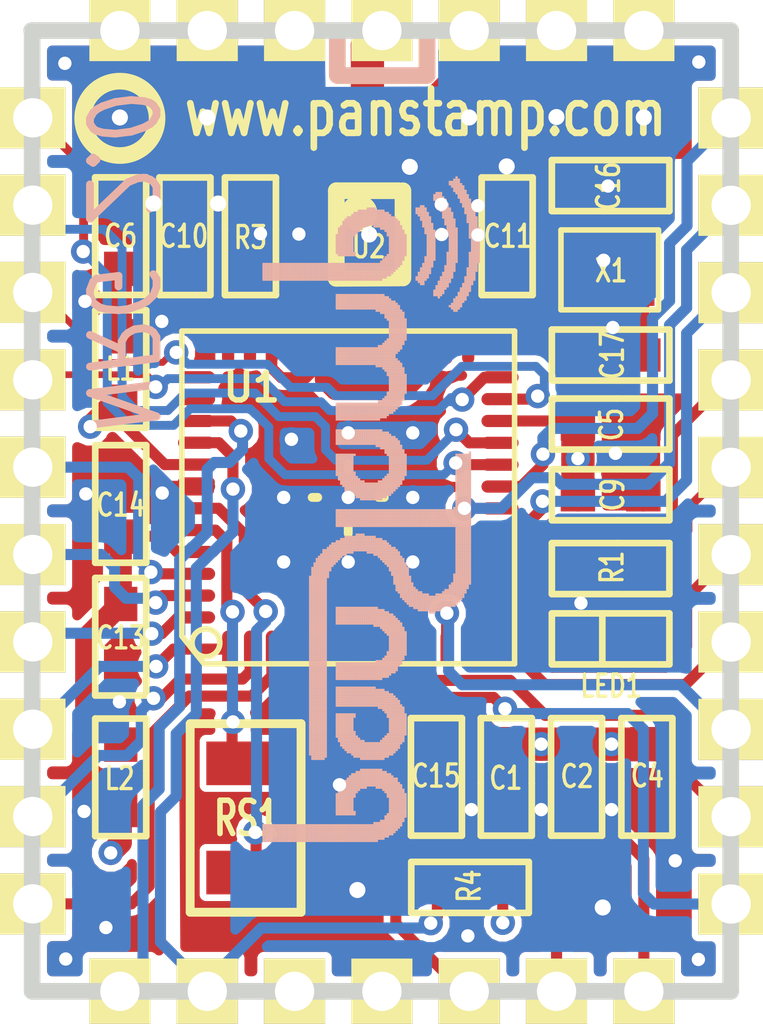
<source format=kicad_pcb>
(kicad_pcb (version 4) (host pcbnew "(2014-jul-16 BZR unknown)-product")
  (title_block (title "panStamp NRG") (date "10 Feb 2015") (rev 2.0) (company panStamp) (comment 1 "PCB material: 4-Layer FR4"))
  (layers (0 Front signal) (1 Ground power) (2 Power power) (31 Back signal) (34 B.Paste user) (35 F.Paste user) (36 B.SilkS user) (37 F.SilkS user) (38 B.Mask user) (39 F.Mask user) (44 Edge.Cuts user))
  (net 0 "")
  (net 1 /#RST/SBWTDIO)
  (net 2 /ANTENNA)
  (net 3 /I2C_SCL)
  (net 4 /I2C_SDA)
  (net 5 /P1.0)
  (net 6 /P1.1)
  (net 7 /P1.2)
  (net 8 /P1.5)
  (net 9 /P1.6)
  (net 10 /P2.0/A0)
  (net 11 /P2.1/A1)
  (net 12 /P2.2/A2)
  (net 13 /P2.3/A3)
  (net 14 /P2.4/A4)
  (net 15 /P2.5/A5)
  (net 16 /P2.6)
  (net 17 /P2.7)
  (net 18 /P3.0)
  (net 19 /P3.1)
  (net 20 /P3.2)
  (net 21 /P3.3)
  (net 22 /P3.4)
  (net 23 /P3.5)
  (net 24 /P3.6)
  (net 25 /P3.7)
  (net 26 /PJ.0)
  (net 27 /PJ.1)
  (net 28 /PJ.2)
  (net 29 /PJ.3)
  (net 30 /RF_N)
  (net 31 /RF_P)
  (net 32 /TEST/SBWTCK)
  (net 33 GND)
  (net 34 VCC)
  (net 35 "Net-(C10-Pad1)")
  (net 36 "Net-(C13-Pad2)")
  (net 37 "Net-(C15-Pad2)")
  (net 38 "Net-(C16-Pad1)")
  (net 39 "Net-(C17-Pad1)")
  (net 40 "Net-(LED1-Pad1)")
  (net 41 "Net-(R3-Pad1)")
  (net 42 "Net-(RS1-Pad1)")
  (net 43 "Net-(RS1-Pad2)")
  (net 44 /P1.7)
  (module mysmd:SM0603S (layer Front) (at 167.03 118.87 270)
    (fp_text reference C1 (at 0.03 0.01 360) (layer F.SilkS) (effects (font (size 0.508 0.381) (thickness 0.0762))))
    (fp_text value 10u hide)
    (pad 2 smd rect (at 0.7493 0 270) (size 0.7874 0.762) (layers Front F.Paste F.Mask) (net 33 GND))
    (pad 1 smd rect (at -0.7493 0 270) (size 0.7874 0.762) (layers Front F.Paste F.Mask) (net 34 VCC))
  )
  (module mysmd:SM0603S (layer Front) (at 168.64 118.87 270)
    (fp_text reference C2 (at -0.01 -0.01 360) (layer F.SilkS) (effects (font (size 0.508 0.381) (thickness 0.0762))))
    (fp_text value 1u hide)
    (pad 2 smd rect (at 0.7493 0 270) (size 0.7874 0.762) (layers Front F.Paste F.Mask) (net 33 GND))
    (pad 1 smd rect (at -0.7493 0 270) (size 0.7874 0.762) (layers Front F.Paste F.Mask) (net 34 VCC))
  )
  (module mysmd:SM0603S (layer Front) (at 170.25 118.87 270)
    (fp_text reference C4 (at -0.02 -0.01 360) (layer F.SilkS) (effects (font (size 0.508 0.381) (thickness 0.0762))))
    (fp_text value 100n hide)
    (pad 2 smd rect (at 0.7493 0 270) (size 0.7874 0.762) (layers Front F.Paste F.Mask) (net 33 GND))
    (pad 1 smd rect (at -0.7493 0 270) (size 0.7874 0.762) (layers Front F.Paste F.Mask) (net 34 VCC))
  )
  (module mysmd:SM0603S (layer Front) (at 169.42 110.79)
    (fp_text reference C5 (at 0.02 0.01 90) (layer F.SilkS) (effects (font (size 0.508 0.381) (thickness 0.0762))))
    (fp_text value 100n hide)
    (pad 2 smd rect (at 0.7493 0) (size 0.7874 0.762) (layers Front F.Paste F.Mask) (net 33 GND))
    (pad 1 smd rect (at -0.7493 0) (size 0.7874 0.762) (layers Front F.Paste F.Mask) (net 34 VCC))
  )
  (module mysmd:SM0603S (layer Front) (at 158.1982 106.4874 90)
    (fp_text reference C6 (at 0 0 180) (layer F.SilkS) (effects (font (size 0.508 0.381) (thickness 0.0762))))
    (fp_text value 100n hide)
    (pad 2 smd rect (at 0.7493 0 90) (size 0.7874 0.762) (layers Front F.Paste F.Mask) (net 33 GND))
    (pad 1 smd rect (at -0.7493 0 90) (size 0.7874 0.762) (layers Front F.Paste F.Mask) (net 35 "Net-(C10-Pad1)"))
  )
  (module mysmd:SM0603S (layer Front) (at 169.42 112.41)
    (fp_text reference C9 (at 0.05 0 90) (layer F.SilkS) (effects (font (size 0.508 0.381) (thickness 0.0762))))
    (fp_text value 10n hide)
    (pad 2 smd rect (at 0.7493 0) (size 0.7874 0.762) (layers Front F.Paste F.Mask) (net 33 GND))
    (pad 1 smd rect (at -0.7493 0) (size 0.7874 0.762) (layers Front F.Paste F.Mask) (net 34 VCC))
  )
  (module mysmd:SM0603S (layer Front) (at 159.67 106.49 90)
    (fp_text reference C10 (at 0 -0.0254 180) (layer F.SilkS) (effects (font (size 0.508 0.381) (thickness 0.0762))))
    (fp_text value 2p hide)
    (pad 2 smd rect (at 0.7493 0 90) (size 0.7874 0.762) (layers Front F.Paste F.Mask) (net 33 GND))
    (pad 1 smd rect (at -0.7493 0 90) (size 0.7874 0.762) (layers Front F.Paste F.Mask) (net 35 "Net-(C10-Pad1)"))
  )
  (module mysmd:SM0603S (layer Front) (at 167.05 106.49 90)
    (fp_text reference C11 (at 0 0.02 180) (layer F.SilkS) (effects (font (size 0.508 0.381) (thickness 0.0762))))
    (fp_text value 100n hide)
    (pad 2 smd rect (at 0.7493 0 90) (size 0.7874 0.762) (layers Front F.Paste F.Mask) (net 33 GND))
    (pad 1 smd rect (at -0.7493 0 90) (size 0.7874 0.762) (layers Front F.Paste F.Mask) (net 35 "Net-(C10-Pad1)"))
  )
  (module mysmd:SM0603S (layer Front) (at 158.2 115.66 90)
    (fp_text reference C13 (at -0.0254 0 180) (layer F.SilkS) (effects (font (size 0.508 0.381) (thickness 0.0762))))
    (fp_text value 100n hide)
    (pad 2 smd rect (at 0.7493 0 90) (size 0.7874 0.762) (layers Front F.Paste F.Mask) (net 36 "Net-(C13-Pad2)"))
    (pad 1 smd rect (at -0.7493 0 90) (size 0.7874 0.762) (layers Front F.Paste F.Mask) (net 33 GND))
  )
  (module mysmd:SM0603S (layer Front) (at 158.2 112.62 270)
    (fp_text reference C14 (at 0.0254 0 360) (layer F.SilkS) (effects (font (size 0.508 0.381) (thickness 0.0762))))
    (fp_text value 10u hide)
    (pad 2 smd rect (at 0.7493 0 270) (size 0.7874 0.762) (layers Front F.Paste F.Mask) (net 36 "Net-(C13-Pad2)"))
    (pad 1 smd rect (at -0.7493 0 270) (size 0.7874 0.762) (layers Front F.Paste F.Mask) (net 33 GND))
  )
  (module mysmd:SM0603S (layer Front) (at 165.43 118.87 90)
    (fp_text reference C15 (at 0.02 -0.01 180) (layer F.SilkS) (effects (font (size 0.508 0.381) (thickness 0.0762))))
    (fp_text value 470nF hide)
    (pad 2 smd rect (at 0.7493 0 90) (size 0.7874 0.762) (layers Front F.Paste F.Mask) (net 37 "Net-(C15-Pad2)"))
    (pad 1 smd rect (at -0.7493 0 90) (size 0.7874 0.762) (layers Front F.Paste F.Mask) (net 33 GND))
  )
  (module mysmd:SM0603S (layer Front) (at 169.42 105.33 180)
    (fp_text reference C16 (at 0.05 -0.01 270) (layer F.SilkS) (effects (font (size 0.508 0.381) (thickness 0.0762))))
    (fp_text value 12p hide)
    (pad 2 smd rect (at 0.7493 0 180) (size 0.7874 0.762) (layers Front F.Paste F.Mask) (net 33 GND))
    (pad 1 smd rect (at -0.7493 0 180) (size 0.7874 0.762) (layers Front F.Paste F.Mask) (net 38 "Net-(C16-Pad1)"))
  )
  (module mysmd:SM0603S (layer Front) (at 169.42 109.21)
    (fp_text reference C17 (at 0.04 0 270) (layer F.SilkS) (effects (font (size 0.508 0.381) (thickness 0.0762))))
    (fp_text value 12p hide)
    (pad 2 smd rect (at 0.7493 0) (size 0.7874 0.762) (layers Front F.Paste F.Mask) (net 33 GND))
    (pad 1 smd rect (at -0.7493 0) (size 0.7874 0.762) (layers Front F.Paste F.Mask) (net 39 "Net-(C17-Pad1)"))
  )
  (module mysmd:SM0603S_POL (layer Front) (at 169.42 115.71 180)
    (fp_text reference LED1 (at -0.01 -1.08 180) (layer F.SilkS) (effects (font (size 0.508 0.381) (thickness 0.0762))))
    (fp_text value LED hide)
    (pad 2 smd rect (at 0.7493 0 180) (size 0.7874 0.762) (layers Front F.Paste F.Mask) (net 33 GND))
    (pad 1 smd rect (at -0.7493 0 180) (size 0.7874 0.762) (layers Front F.Paste F.Mask) (net 40 "Net-(LED1-Pad1)"))
  )
  (module mysmd:SM0603S (layer Front) (at 169.42 114.1)
    (fp_text reference R1 (at 0.03 -0.03 90) (layer F.SilkS) (effects (font (size 0.508 0.381) (thickness 0.0762))))
    (fp_text value 1k hide)
    (pad 2 smd rect (at 0.7493 0) (size 0.7874 0.762) (layers Front F.Paste F.Mask) (net 40 "Net-(LED1-Pad1)"))
    (pad 1 smd rect (at -0.7493 0) (size 0.7874 0.762) (layers Front F.Paste F.Mask) (net 25 /P3.7))
  )
  (module mysmd:SM0603S (layer Front) (at 161.17 106.49 90)
    (fp_text reference R3 (at -0.03 0 180) (layer F.SilkS) (effects (font (size 0.508 0.381) (thickness 0.0762))))
    (fp_text value "56k(1%)" hide)
    (pad 2 smd rect (at 0.7493 0 90) (size 0.7874 0.762) (layers Front F.Paste F.Mask) (net 33 GND))
    (pad 1 smd rect (at -0.7493 0 90) (size 0.7874 0.762) (layers Front F.Paste F.Mask) (net 41 "Net-(R3-Pad1)"))
  )
  (module mysmd:SM0603S (layer Front) (at 166.2 121.4 180)
    (fp_text reference R4 (at 0.02 0.03 270) (layer F.SilkS) (effects (font (size 0.508 0.381) (thickness 0.0762))))
    (fp_text value 47k hide)
    (pad 2 smd rect (at 0.7493 0 180) (size 0.7874 0.762) (layers Front F.Paste F.Mask) (net 1 /#RST/SBWTDIO))
    (pad 1 smd rect (at -0.7493 0 180) (size 0.7874 0.762) (layers Front F.Paste F.Mask) (net 34 VCC))
  )
  (module mysmd:EPSON_F-135 (layer Front) (at 161.06 119.81 270)
    (fp_text reference RS1 (at 0.01 -0.03 360) (layer F.SilkS) (effects (font (size 0.762 0.508) (thickness 0.127))))
    (fp_text value 32.768KHz hide)
    (pad 1 smd rect (at -1.25 0 270) (size 1 1.8) (layers Front F.Paste F.Mask) (net 42 "Net-(RS1-Pad1)"))
    (pad 2 smd rect (at 1.25 0 270) (size 1 1.8) (layers Front F.Paste F.Mask) (net 43 "Net-(RS1-Pad2)"))
  )
  (module mysmd:VQFN48 (layer Front) (at 163.41 112.47 90)
    (fp_text reference U1 (at 2.52 -2.21 180) (layer F.SilkS) (effects (font (size 0.635 0.635) (thickness 0.127))))
    (fp_text value CC430F5137 hide)
    (pad 1 smd oval (at -3.47352 -2.74828 90) (size 0.85 0.28) (layers Front F.Paste F.Mask) (net 12 /P2.2/A2))
    (pad 2 smd oval (at -3.47352 -2.2479 90) (size 0.85 0.28) (layers Front F.Paste F.Mask) (net 11 /P2.1/A1))
    (pad 3 smd oval (at -3.47352 -1.74752 90) (size 0.85 0.28) (layers Front F.Paste F.Mask) (net 10 /P2.0/A0))
    (pad 4 smd oval (at -3.47352 -1.24714 90) (size 0.85 0.28) (layers Front F.Paste F.Mask) (net 44 /P1.7))
    (pad 5 smd oval (at -3.47352 -0.7493 90) (size 0.85 0.28) (layers Front F.Paste F.Mask) (net 9 /P1.6))
    (pad 6 smd oval (at -3.47352 -0.24892 90) (size 0.85 0.28) (layers Front F.Paste F.Mask) (net 8 /P1.5))
    (pad 7 smd oval (at -3.47352 0.25146 90) (size 0.85 0.28) (layers Front F.Paste F.Mask) (net 37 "Net-(C15-Pad2)"))
    (pad 8 smd oval (at -3.47352 0.75184 90) (size 0.85 0.28) (layers Front F.Paste F.Mask) (net 34 VCC))
    (pad 9 smd oval (at -3.47352 1.25222 90) (size 0.85 0.28) (layers Front F.Paste F.Mask) (net 3 /I2C_SCL))
    (pad 10 smd oval (at -3.47352 1.7526 90) (size 0.85 0.28) (layers Front F.Paste F.Mask) (net 4 /I2C_SDA))
    (pad 11 smd oval (at -3.47352 2.25298 90) (size 0.85 0.28) (layers Front F.Paste F.Mask) (net 7 /P1.2))
    (pad 12 smd oval (at -3.47352 2.75082 90) (size 0.85 0.28) (layers Front F.Paste F.Mask) (net 6 /P1.1))
    (pad 33 smd oval (at 3.47352 -1.25222 90) (size 0.85 0.28) (layers Front F.Paste F.Mask) (net 41 "Net-(R3-Pad1)"))
    (pad 34 smd oval (at 3.47352 -1.75006 90) (size 0.85 0.28) (layers Front F.Paste F.Mask) (net 35 "Net-(C10-Pad1)"))
    (pad 35 smd oval (at 3.47352 -2.25044 90) (size 0.85 0.28) (layers Front F.Paste F.Mask) (net 26 /PJ.0))
    (pad 36 smd oval (at 3.47352 -2.75082 90) (size 0.85 0.28) (layers Front F.Paste F.Mask) (net 27 /PJ.1))
    (pad 17 smd oval (at -0.7493 3.47606 90) (size 0.28 0.85) (layers Front F.Paste F.Mask) (net 22 /P3.4))
    (pad 18 smd oval (at -0.25146 3.47606 90) (size 0.28 0.85) (layers Front F.Paste F.Mask) (net 21 /P3.3))
    (pad 19 smd oval (at 0.24892 3.47606 90) (size 0.28 0.85) (layers Front F.Paste F.Mask) (net 20 /P3.2))
    (pad 20 smd oval (at 0.7493 3.47606 90) (size 0.28 0.85) (layers Front F.Paste F.Mask) (net 19 /P3.1))
    (pad 21 smd oval (at 1.24968 3.47606 90) (size 0.28 0.85) (layers Front F.Paste F.Mask) (net 18 /P3.0))
    (pad 22 smd oval (at 1.75006 3.47606 90) (size 0.28 0.85) (layers Front F.Paste F.Mask) (net 34 VCC))
    (pad 23 smd oval (at 2.25044 3.47606 90) (size 0.28 0.85) (layers Front F.Paste F.Mask) (net 17 /P2.7))
    (pad 24 smd oval (at 2.75082 3.47606 90) (size 0.28 0.85) (layers Front F.Paste F.Mask) (net 16 /P2.6))
    (pad 13 smd oval (at -2.74828 3.47606 90) (size 0.28 0.85) (layers Front F.Paste F.Mask) (net 5 /P1.0))
    (pad 14 smd oval (at -2.2479 3.47606 90) (size 0.28 0.85) (layers Front F.Paste F.Mask) (net 25 /P3.7))
    (pad 15 smd oval (at -1.74752 3.47606 90) (size 0.28 0.85) (layers Front F.Paste F.Mask) (net 24 /P3.6))
    (pad 16 smd oval (at -1.24968 3.47606 90) (size 0.28 0.85) (layers Front F.Paste F.Mask) (net 23 /P3.5))
    (pad 25 smd oval (at 3.47352 2.74828 90) (size 0.85 0.28) (layers Front F.Paste F.Mask) (net 39 "Net-(C17-Pad1)"))
    (pad 26 smd oval (at 3.47352 2.2479 90) (size 0.85 0.28) (layers Front F.Paste F.Mask) (net 38 "Net-(C16-Pad1)"))
    (pad 27 smd oval (at 3.47352 1.75006 90) (size 0.85 0.28) (layers Front F.Paste F.Mask) (net 35 "Net-(C10-Pad1)"))
    (pad 28 smd oval (at 3.47352 1.24968 90) (size 0.85 0.28) (layers Front F.Paste F.Mask) (net 35 "Net-(C10-Pad1)"))
    (pad 29 smd oval (at 3.47352 0.7493 90) (size 0.85 0.28) (layers Front F.Paste F.Mask) (net 31 /RF_P))
    (pad 30 smd oval (at 3.47352 0.24892 90) (size 0.85 0.28) (layers Front F.Paste F.Mask) (net 30 /RF_N))
    (pad 31 smd oval (at 3.47352 -0.25146 90) (size 0.85 0.28) (layers Front F.Paste F.Mask) (net 35 "Net-(C10-Pad1)"))
    (pad 32 smd oval (at 3.47352 -0.75184 90) (size 0.85 0.28) (layers Front F.Paste F.Mask) (net 35 "Net-(C10-Pad1)"))
    (pad 37 smd oval (at 2.75082 -3.47352 90) (size 0.28 0.85) (layers Front F.Paste F.Mask) (net 28 /PJ.2))
    (pad 38 smd oval (at 2.25044 -3.47352 90) (size 0.28 0.85) (layers Front F.Paste F.Mask) (net 29 /PJ.3))
    (pad 39 smd oval (at 1.75006 -3.47352 90) (size 0.28 0.85) (layers Front F.Paste F.Mask) (net 32 /TEST/SBWTCK))
    (pad 40 smd oval (at 1.25222 -3.47352 90) (size 0.28 0.85) (layers Front F.Paste F.Mask) (net 1 /#RST/SBWTDIO))
    (pad 41 smd oval (at 0.75184 -3.47352 90) (size 0.28 0.85) (layers Front F.Paste F.Mask) (net 34 VCC))
    (pad 42 smd oval (at 0.25146 -3.47352 90) (size 0.28 0.85) (layers Front F.Paste F.Mask) (net 33 GND))
    (pad 43 smd oval (at -0.24892 -3.47352 90) (size 0.28 0.85) (layers Front F.Paste F.Mask) (net 43 "Net-(RS1-Pad2)"))
    (pad 44 smd oval (at -0.7493 -3.47352 90) (size 0.28 0.85) (layers Front F.Paste F.Mask) (net 42 "Net-(RS1-Pad1)"))
    (pad 45 smd oval (at -1.24968 -3.47352 90) (size 0.28 0.85) (layers Front F.Paste F.Mask) (net 36 "Net-(C13-Pad2)"))
    (pad 46 smd oval (at -1.75006 -3.47352 90) (size 0.28 0.85) (layers Front F.Paste F.Mask) (net 15 /P2.5/A5))
    (pad 47 smd oval (at -2.2479 -3.47352 90) (size 0.28 0.85) (layers Front F.Paste F.Mask) (net 14 /P2.4/A4))
    (pad 48 smd oval (at -2.74828 -3.47352 90) (size 0.28 0.85) (layers Front F.Paste F.Mask) (net 13 /P2.3/A3))
    (pad VSS smd rect (at -1.47828 -1.47828 90) (size 1.15 1.15) (layers Front F.Paste F.Mask) (net 33 GND))
    (pad VSS smd rect (at 0 -1.47828 90) (size 1.15 1.15) (layers Front F.Paste F.Mask) (net 33 GND))
    (pad VSS smd rect (at 1.47828 -1.47828 90) (size 1.15 1.15) (layers Front F.Paste F.Mask) (net 33 GND))
    (pad VSS smd rect (at -1.47828 0 90) (size 1.15 1.15) (layers Front F.Paste F.Mask) (net 33 GND))
    (pad VSS smd rect (at 0 0 90) (size 1.15 1.15) (layers Front F.Paste F.Mask) (net 33 GND))
    (pad VSS smd rect (at 1.47828 0 90) (size 1.15 1.15) (layers Front F.Paste F.Mask) (net 33 GND))
    (pad VSS smd rect (at -1.47828 1.47828 90) (size 1.15 1.15) (layers Front F.Paste F.Mask) (net 33 GND))
    (pad VSS smd rect (at 0 1.47828 90) (size 1.15 1.15) (layers Front F.Paste F.Mask) (net 33 GND))
    (pad VSS smd rect (at 1.47828 1.47828 90) (size 1.15 1.15) (layers Front F.Paste F.Mask) (net 33 GND))
  )
  (module mysmd:JTI_Balun (layer Front) (at 163 105.8 270)
    (fp_text reference U2 (at 0.93 -0.88 360) (layer F.SilkS) (effects (font (size 0.508 0.381) (thickness 0.0762))))
    (fp_text value BALUN+FILTER hide)
    (pad 4 smd rect (at 1.30048 -1.8034 270) (size 0.39878 1.00076) (layers Front F.Paste F.Mask) (net 31 /RF_P))
    (pad 5 smd rect (at 0.65024 -1.8034 270) (size 0.39878 1.00076) (layers Front F.Paste F.Mask) (net 33 GND))
    (pad 6 smd rect (at 0 -1.8034 270) (size 0.39878 1.00076) (layers Front F.Paste F.Mask) (net 33 GND))
    (pad 1 smd rect (at 0 0 270) (size 0.39878 1.00076) (layers Front F.Paste F.Mask) (net 2 /ANTENNA))
    (pad 2 smd rect (at 0.65024 0 270) (size 0.39878 1.00076) (layers Front F.Paste F.Mask) (net 33 GND))
    (pad 3 smd rect (at 1.30048 0 270) (size 0.39878 1.00076) (layers Front F.Paste F.Mask) (net 30 /RF_N))
  )
  (module mysmd:SM0603S (layer Front) (at 158.2 109.53 90)
    (fp_text reference L1 (at 0 0 180) (layer F.SilkS) (effects (font (size 0.508 0.381) (thickness 0.0762))))
    (fp_text value 600R/200mA hide)
    (pad 2 smd rect (at 0.7493 0 90) (size 0.7874 0.762) (layers Front F.Paste F.Mask) (net 35 "Net-(C10-Pad1)"))
    (pad 1 smd rect (at -0.7493 0 90) (size 0.7874 0.762) (layers Front F.Paste F.Mask) (net 34 VCC))
  )
  (module mysmd:SM0603S (layer Front) (at 158.2 118.88 90)
    (fp_text reference L2 (at -0.0254 -0.0254 180) (layer F.SilkS) (effects (font (size 0.508 0.381) (thickness 0.0762))))
    (fp_text value 600R/200mA hide)
    (pad 2 smd rect (at 0.7493 0 90) (size 0.7874 0.762) (layers Front F.Paste F.Mask) (net 36 "Net-(C13-Pad2)"))
    (pad 1 smd rect (at -0.7493 0 90) (size 0.7874 0.762) (layers Front F.Paste F.Mask) (net 34 VCC))
  )
  (module mysmd:CASTELLATED_2MM_10 (layer Front) (at 156.1846 112.776 270)
    (fp_text reference P1 hide)
    (fp_text value CONN_01X10 hide)
    (pad 1 thru_hole rect (at -8.9986 0 90) (size 1.4 1.5) (drill 0.9) (layers *.Cu *.Mask F.SilkS) (net 19 /P3.1))
    (pad 2 thru_hole rect (at -6.9986 0 90) (size 1.4 1.5) (drill 0.9) (layers *.Cu *.Mask F.SilkS) (net 18 /P3.0))
    (pad 3 thru_hole rect (at -4.9986 0 90) (size 1.4 1.5) (drill 0.9) (layers *.Cu *.Mask F.SilkS) (net 17 /P2.7))
    (pad 4 thru_hole rect (at -2.9986 0 90) (size 1.4 1.5) (drill 0.9) (layers *.Cu *.Mask F.SilkS) (net 16 /P2.6))
    (pad 5 thru_hole rect (at -0.9986 0 90) (size 1.4 1.5) (drill 0.9) (layers *.Cu *.Mask F.SilkS) (net 15 /P2.5/A5))
    (pad 6 thru_hole rect (at 1.0014 0 90) (size 1.4 1.5) (drill 0.9) (layers *.Cu *.Mask F.SilkS) (net 14 /P2.4/A4))
    (pad 7 thru_hole rect (at 3.0014 0 90) (size 1.4 1.5) (drill 0.9) (layers *.Cu *.Mask F.SilkS) (net 13 /P2.3/A3))
    (pad 8 thru_hole rect (at 5.0014 0 90) (size 1.4 1.5) (drill 0.9) (layers *.Cu *.Mask F.SilkS) (net 12 /P2.2/A2))
    (pad 9 thru_hole rect (at 7.0014 0 90) (size 1.4 1.5) (drill 0.9) (layers *.Cu *.Mask F.SilkS) (net 11 /P2.1/A1))
    (pad 10 thru_hole rect (at 9.0014 0 90) (size 1.4 1.5) (drill 0.9) (layers *.Cu *.Mask F.SilkS) (net 10 /P2.0/A0))
  )
  (module mysmd:CASTELLATED_2MM_10 (layer Front) (at 172.18 112.78 270)
    (fp_text reference P2 hide)
    (fp_text value CONN_01X10 hide)
    (pad 1 thru_hole rect (at -8.9986 0 90) (size 1.4 1.5) (drill 0.9) (layers *.Cu *.Mask F.SilkS) (net 20 /P3.2))
    (pad 2 thru_hole rect (at -6.9986 0 90) (size 1.4 1.5) (drill 0.9) (layers *.Cu *.Mask F.SilkS) (net 21 /P3.3))
    (pad 3 thru_hole rect (at -4.9986 0 90) (size 1.4 1.5) (drill 0.9) (layers *.Cu *.Mask F.SilkS) (net 22 /P3.4))
    (pad 4 thru_hole rect (at -2.9986 0 90) (size 1.4 1.5) (drill 0.9) (layers *.Cu *.Mask F.SilkS) (net 23 /P3.5))
    (pad 5 thru_hole rect (at -0.9986 0 90) (size 1.4 1.5) (drill 0.9) (layers *.Cu *.Mask F.SilkS) (net 24 /P3.6))
    (pad 6 thru_hole rect (at 1.0014 0 90) (size 1.4 1.5) (drill 0.9) (layers *.Cu *.Mask F.SilkS) (net 5 /P1.0))
    (pad 7 thru_hole rect (at 3.0014 0 90) (size 1.4 1.5) (drill 0.9) (layers *.Cu *.Mask F.SilkS) (net 6 /P1.1))
    (pad 8 thru_hole rect (at 5.0014 0 90) (size 1.4 1.5) (drill 0.9) (layers *.Cu *.Mask F.SilkS) (net 7 /P1.2))
    (pad 9 thru_hole rect (at 7.0014 0 90) (size 1.4 1.5) (drill 0.9) (layers *.Cu *.Mask F.SilkS) (net 4 /I2C_SDA))
    (pad 10 thru_hole rect (at 9.0014 0 90) (size 1.4 1.5) (drill 0.9) (layers *.Cu *.Mask F.SilkS) (net 3 /I2C_SCL))
  )
  (module mysmd:CASTELLATED_2MM_7 (layer Front) (at 164.18 123.78)
    (fp_text reference P3 hide)
    (fp_text value CONN_01X07 hide)
    (pad 1 thru_hole rect (at -5.9986 0 180) (size 1.4 1.5) (drill 0.9) (layers *.Cu *.Mask F.SilkS) (net 32 /TEST/SBWTCK))
    (pad 2 thru_hole rect (at -3.9986 0 180) (size 1.4 1.5) (drill 0.9) (layers *.Cu *.Mask F.SilkS) (net 1 /#RST/SBWTDIO))
    (pad 3 thru_hole rect (at -1.9986 0 180) (size 1.4 1.5) (drill 0.9) (layers *.Cu *.Mask F.SilkS) (net 34 VCC))
    (pad 4 thru_hole rect (at 0.0014 0 180) (size 1.4 1.5) (drill 0.9) (layers *.Cu *.Mask F.SilkS) (net 33 GND))
    (pad 5 thru_hole rect (at 2.0014 0 180) (size 1.4 1.5) (drill 0.9) (layers *.Cu *.Mask F.SilkS) (net 44 /P1.7))
    (pad 6 thru_hole rect (at 4.0014 0 180) (size 1.4 1.5) (drill 0.9) (layers *.Cu *.Mask F.SilkS) (net 9 /P1.6))
    (pad 7 thru_hole rect (at 6.0014 0 180) (size 1.4 1.5) (drill 0.9) (layers *.Cu *.Mask F.SilkS) (net 8 /P1.5))
  )
  (module mysmd:FCX-162 (layer Front) (at 169.4 107.26 180)
    (fp_text reference X1 (at -0.03 -0.02 180) (layer F.SilkS) (effects (font (size 0.508 0.381) (thickness 0.0762))))
    (fp_text value 26MHz hide)
    (pad 4 smd rect (at -0.65 -0.5) (size 0.75 0.65) (layers Front F.Paste F.Mask) (net 33 GND))
    (pad 3 smd rect (at 0.65 -0.5) (size 0.75 0.65) (layers Front F.Paste F.Mask) (net 39 "Net-(C17-Pad1)"))
    (pad 2 smd rect (at 0.65 0.5) (size 0.75 0.65) (layers Front F.Paste F.Mask) (net 33 GND))
    (pad 1 smd rect (at -0.65 0.5) (size 0.75 0.65) (layers Front F.Paste F.Mask) (net 38 "Net-(C16-Pad1)"))
  )
  (module mysmd:CASTELLATED_2MM_7 (layer Front) (at 164.18 101.78)
    (fp_text reference P4 hide)
    (fp_text value CONN_01X07 hide)
    (pad 1 thru_hole rect (at -5.9986 0 180) (size 1.4 1.4) (drill 0.9) (layers *.Cu *.Mask F.SilkS) (net 33 GND))
    (pad 2 thru_hole rect (at -3.9986 0 180) (size 1.4 1.4) (drill 0.9) (layers *.Cu *.Mask F.SilkS) (net 33 GND))
    (pad 3 thru_hole rect (at -1.9986 0 180) (size 1.4 1.4) (drill 0.9) (layers *.Cu *.Mask F.SilkS) (net 33 GND))
    (pad 4 thru_hole rect (at 0.0014 0 180) (size 1.4 1.4) (drill 0.9) (layers *.Cu *.Mask F.SilkS) (net 2 /ANTENNA))
    (pad 5 thru_hole rect (at 2.0014 0 180) (size 1.4 1.4) (drill 0.9) (layers *.Cu *.Mask F.SilkS) (net 33 GND))
    (pad 6 thru_hole rect (at 4.0014 0 180) (size 1.4 1.4) (drill 0.9) (layers *.Cu *.Mask F.SilkS) (net 33 GND))
    (pad 7 thru_hole rect (at 6.0014 0 180) (size 1.4 1.4) (drill 0.9) (layers *.Cu *.Mask F.SilkS) (net 33 GND))
  )
  (module old_mymods:PANSTAMPLOGO (layer Back) (at 166.73 120.36 90)
    (fp_text reference G*** hide)
    (fp_text value PANSTAMPLOGO hide)
  )
  (gr_line (start 165.21684 102.80904) (end 165.21684 101.79304) (angle 90) (layer B.SilkS) (width 0.381))
  (gr_line (start 163.15944 102.80904) (end 165.21684 102.80904) (angle 90) (layer B.SilkS) (width 0.381))
  (gr_line (start 163.15944 101.80828) (end 163.15944 102.80904) (angle 90) (layer B.SilkS) (width 0.381))
  (gr_line (start 165.20668 101.78796) (end 165.21176 101.78796) (angle 90) (layer F.SilkS) (width 0.381))
  (gr_line (start 165.20668 102.81412) (end 165.20668 101.78796) (angle 90) (layer F.SilkS) (width 0.381))
  (gr_line (start 163.16452 102.81412) (end 165.20668 102.81412) (angle 90) (layer F.SilkS) (width 0.381))
  (gr_line (start 163.16452 101.78796) (end 163.16452 102.81412) (angle 90) (layer F.SilkS) (width 0.381))
  (gr_text "NRG 2.0" (at 158.1912 107.16768 270) (layer B.SilkS) (effects (font (size 1.524 1.27) (thickness 0.1778) italic) (justify mirror)))
  (gr_text www.panstamp.com (at 165.18 103.66) (layer F.SilkS) (effects (font (size 1.016 0.762) (thickness 0.1524))))
  (gr_circle (center 158.18 103.79) (end 158.13 102.94) (layer F.SilkS) (width 0.381))
  (gr_line (start 156.17 101.78) (end 156.16 101.78) (angle 90) (layer Edge.Cuts) (width 0.381))
  (gr_line (start 156.17 123.78) (end 156.17 101.78) (angle 90) (layer Edge.Cuts) (width 0.381))
  (gr_line (start 172.17 123.78) (end 156.17 123.78) (angle 90) (layer Edge.Cuts) (width 0.381))
  (gr_line (start 172.17 101.78) (end 172.17 123.78) (angle 90) (layer Edge.Cuts) (width 0.381))
  (gr_line (start 156.17 101.78) (end 172.17 101.78) (angle 90) (layer Edge.Cuts) (width 0.381))
  (segment (start 160.31 113.72) (end 160.77 113.26) (width 0.254) (layer Back) (net 1))
  (segment (start 159.93648 111.21778) (end 160.44778 111.21778) (width 0.254) (layer Front) (net 1))
  (segment (start 160.77 112.28) (end 160.77 113.26) (width 0.254) (layer Back) (net 1))
  (via (at 160.77 112.28) (size 0.5588) (layers Front Back) (net 1))
  (segment (start 160.77 111.54) (end 160.77 112.28) (width 0.254) (layer Front) (net 1))
  (segment (start 160.44778 111.21778) (end 160.77 111.54) (width 0.254) (layer Front) (net 1))
  (segment (start 160.2 123.7614) (end 160.1814 123.78) (width 0.254) (layer Back) (net 1))
  (segment (start 159.7793 123.3779) (end 160.1814 123.78) (width 0.508) (layer Front) (net 1))
  (segment (start 160.1814 123.7214) (end 160.1814 123.78) (width 0.254) (layer Back) (net 1))
  (segment (start 160.301002 113.72) (end 159.931002 114.09) (width 0.254) (layer Back) (net 1))
  (segment (start 159.931002 114.09) (end 159.931002 117.42) (width 0.254) (layer Back) (net 1))
  (segment (start 159.931002 117.42) (end 159.47 117.881002) (width 0.254) (layer Back) (net 1))
  (segment (start 159.47 117.881002) (end 159.47 119.311002) (width 0.254) (layer Back) (net 1))
  (segment (start 159.47 119.311002) (end 159.11 119.671002) (width 0.254) (layer Back) (net 1))
  (segment (start 159.11 119.671002) (end 159.11 122.65) (width 0.254) (layer Back) (net 1))
  (segment (start 159.11 122.65) (end 160.1814 123.7214) (width 0.254) (layer Back) (net 1))
  (segment (start 160.31 113.72) (end 160.301002 113.72) (width 0.254) (layer Back) (net 1))
  (segment (start 160.1814 123.5686) (end 160.1814 123.78) (width 0.254) (layer Back) (net 1))
  (segment (start 165.4507 122.0693) (end 165.3 122.22) (width 0.254) (layer Front) (net 1))
  (via (at 165.3 122.22) (size 0.5588) (layers Front Back) (net 1))
  (segment (start 165.3 122.22) (end 165.19 122.33) (width 0.254) (layer Back) (net 1))
  (segment (start 165.19 122.33) (end 161.42 122.33) (width 0.254) (layer Back) (net 1))
  (segment (start 161.42 122.33) (end 160.1814 123.5686) (width 0.254) (layer Back) (net 1))
  (segment (start 165.4507 121.4) (end 165.4507 122.0693) (width 0.254) (layer Front) (net 1))
  (segment (start 164.1814 101.9786) (end 164.1814 101.78) (width 0.254) (layer Front) (net 2))
  (segment (start 163.61 102.3514) (end 164.1814 101.78) (width 0.254) (layer Front) (net 2))
  (segment (start 163 105.8) (end 163.21 105.8) (width 0.254) (layer Front) (net 2))
  (segment (start 163 105.56) (end 163 105.28) (width 0.254) (layer Front) (net 2))
  (segment (start 163 105.8) (end 163 105.56) (width 0.254) (layer Front) (net 2))
  (segment (start 163.85 102.1114) (end 164.1814 101.78) (width 0.762) (layer Front) (net 2))
  (segment (start 163 104.44) (end 163.85 103.59) (width 0.762) (layer Front) (net 2))
  (segment (start 163.85 103.59) (end 163.85 102.1114) (width 0.762) (layer Front) (net 2))
  (segment (start 163 105.56) (end 163 104.44) (width 0.762) (layer Front) (net 2))
  (segment (start 164.66222 116.67222) (end 165.04 117.05) (width 0.254) (layer Front) (net 3))
  (segment (start 165.04 117.05) (end 166.74 117.05) (width 0.254) (layer Front) (net 3))
  (segment (start 166.74 117.05) (end 167 117.31) (width 0.254) (layer Front) (net 3))
  (via (at 167 117.31) (size 0.5588) (layers Front Back) (net 3))
  (segment (start 167 117.31) (end 167.11 117.42) (width 0.254) (layer Back) (net 3))
  (segment (start 167.11 117.42) (end 169.81 117.42) (width 0.254) (layer Back) (net 3))
  (segment (start 169.81 117.42) (end 170.17 117.78) (width 0.254) (layer Back) (net 3))
  (segment (start 170.17 117.78) (end 170.17 121.54) (width 0.254) (layer Back) (net 3))
  (segment (start 170.17 121.54) (end 170.4114 121.7814) (width 0.254) (layer Back) (net 3))
  (segment (start 170.4114 121.7814) (end 172.18 121.7814) (width 0.254) (layer Back) (net 3))
  (segment (start 164.66222 115.94352) (end 164.66222 116.67222) (width 0.254) (layer Front) (net 3))
  (segment (start 165.1626 116.4426) (end 165.38 116.66) (width 0.254) (layer Front) (net 4))
  (segment (start 166.15 116.66) (end 166.16 116.66) (width 0.254) (layer Front) (net 4))
  (segment (start 165.38 116.66) (end 166.15 116.66) (width 0.254) (layer Front) (net 4))
  (segment (start 165.1626 115.94352) (end 165.1626 116.4426) (width 0.254) (layer Front) (net 4))
  (segment (start 172.0714 119.7814) (end 172.18 119.7814) (width 0.254) (layer Front) (net 4))
  (segment (start 167.12 116.66) (end 167.92 117.46) (width 0.254) (layer Front) (net 4))
  (segment (start 167.92 117.46) (end 170.78 117.46) (width 0.254) (layer Front) (net 4))
  (segment (start 170.78 117.46) (end 171.07 117.75) (width 0.254) (layer Front) (net 4))
  (segment (start 171.07 117.75) (end 171.07 118.78) (width 0.254) (layer Front) (net 4))
  (segment (start 171.07 118.78) (end 172.0714 119.7814) (width 0.254) (layer Front) (net 4))
  (segment (start 166.15 116.66) (end 167.12 116.66) (width 0.254) (layer Front) (net 4))
  (segment (start 172.1486 113.7814) (end 172.18 113.7814) (width 0.254) (layer Front) (net 5))
  (segment (start 171.16 114.77) (end 172.1486 113.7814) (width 0.254) (layer Front) (net 5))
  (segment (start 171.16 115.88) (end 171.16 114.77) (width 0.254) (layer Front) (net 5))
  (segment (start 166.93828 115.21828) (end 168.08 116.36) (width 0.254) (layer Front) (net 5))
  (segment (start 166.88606 115.21828) (end 166.93828 115.21828) (width 0.254) (layer Front) (net 5))
  (segment (start 170.68 116.36) (end 171.16 115.88) (width 0.254) (layer Front) (net 5))
  (segment (start 168.08 116.36) (end 170.68 116.36) (width 0.254) (layer Front) (net 5))
  (segment (start 172.18 115.8) (end 172.18 115.7814) (width 0.254) (layer Front) (net 6))
  (segment (start 167.10352 115.94352) (end 167.915 116.755) (width 0.254) (layer Front) (net 6))
  (segment (start 166.16082 115.94352) (end 167.10352 115.94352) (width 0.254) (layer Front) (net 6))
  (segment (start 172.1086 115.7814) (end 172.18 115.7814) (width 0.254) (layer Front) (net 6))
  (segment (start 171.135 116.755) (end 172.1086 115.7814) (width 0.254) (layer Front) (net 6))
  (segment (start 167.915 116.755) (end 171.135 116.755) (width 0.254) (layer Front) (net 6))
  (segment (start 172.0414 117.7814) (end 172.18 117.7814) (width 0.254) (layer Back) (net 7))
  (segment (start 165.66298 115.12702) (end 165.67 115.12) (width 0.254) (layer Front) (net 7))
  (via (at 165.67 115.12) (size 0.5588) (layers Front Back) (net 7))
  (segment (start 165.67 115.12) (end 165.71 115.16) (width 0.254) (layer Back) (net 7))
  (segment (start 165.71 115.16) (end 165.71 116.45) (width 0.254) (layer Back) (net 7))
  (segment (start 165.71 116.45) (end 166.02 116.76) (width 0.254) (layer Back) (net 7))
  (segment (start 166.02 116.76) (end 171.02 116.76) (width 0.254) (layer Back) (net 7))
  (segment (start 171.02 116.76) (end 172.0414 117.7814) (width 0.254) (layer Back) (net 7))
  (segment (start 165.66298 115.94352) (end 165.66298 115.12702) (width 0.254) (layer Front) (net 7))
  (segment (start 163.16108 117.049898) (end 164.28 118.168818) (width 0.254) (layer Front) (net 8))
  (segment (start 164.28 118.168818) (end 164.28 118.17) (width 0.254) (layer Front) (net 8))
  (segment (start 164.28 118.17) (end 164.59 118.48) (width 0.254) (layer Front) (net 8))
  (segment (start 164.59 118.48) (end 164.59 119.71) (width 0.254) (layer Front) (net 8))
  (segment (start 170.1814 121.2114) (end 170.1814 123.78) (width 0.254) (layer Front) (net 8))
  (segment (start 163.16108 115.94352) (end 163.16108 117.049898) (width 0.254) (layer Front) (net 8))
  (segment (start 170.1814 120.7514) (end 170.1814 121.2114) (width 0.254) (layer Front) (net 8))
  (segment (start 164.59 119.92) (end 164.94 120.27) (width 0.254) (layer Front) (net 8))
  (segment (start 164.94 120.27) (end 169.7 120.27) (width 0.254) (layer Front) (net 8))
  (segment (start 169.7 120.27) (end 170.1814 120.7514) (width 0.254) (layer Front) (net 8))
  (segment (start 164.59 119.71) (end 164.59 119.92) (width 0.254) (layer Front) (net 8))
  (segment (start 162.6607 117.1107) (end 164.2 118.65) (width 0.254) (layer Front) (net 9))
  (segment (start 164.2 118.65) (end 164.2 119.75) (width 0.254) (layer Front) (net 9))
  (segment (start 168.1814 121.6214) (end 168.1814 123.78) (width 0.254) (layer Front) (net 9))
  (segment (start 162.6607 115.94352) (end 162.6607 117.1107) (width 0.254) (layer Front) (net 9))
  (segment (start 164.2 120.15) (end 164.73 120.68) (width 0.254) (layer Front) (net 9))
  (segment (start 168.1814 121.0514) (end 168.1814 121.6214) (width 0.254) (layer Front) (net 9))
  (segment (start 164.2 119.75) (end 164.2 120.15) (width 0.254) (layer Front) (net 9))
  (segment (start 167.81 120.68) (end 168.1814 121.0514) (width 0.254) (layer Front) (net 9))
  (segment (start 164.73 120.68) (end 167.81 120.68) (width 0.254) (layer Front) (net 9))
  (segment (start 161.66248 116.55752) (end 161.2 117.02) (width 0.254) (layer Front) (net 10))
  (segment (start 161.2 117.02) (end 159.77 117.02) (width 0.254) (layer Front) (net 10))
  (segment (start 159.77 117.02) (end 158.85 117.94) (width 0.254) (layer Front) (net 10))
  (segment (start 158.85 117.94) (end 158.85 121.37) (width 0.254) (layer Front) (net 10))
  (segment (start 158.85 121.37) (end 158.4426 121.7774) (width 0.254) (layer Front) (net 10))
  (segment (start 158.4426 121.7774) (end 156.1846 121.7774) (width 0.254) (layer Front) (net 10))
  (segment (start 161.66248 115.94352) (end 161.66248 116.55752) (width 0.254) (layer Front) (net 10))
  (segment (start 161.1621 115.94352) (end 161.1621 116.4579) (width 0.254) (layer Front) (net 11))
  (segment (start 157.69 118.38) (end 156.2926 119.7774) (width 0.254) (layer Back) (net 11))
  (segment (start 158.34 118.38) (end 157.69 118.38) (width 0.254) (layer Back) (net 11))
  (segment (start 158.67 118.05) (end 158.34 118.38) (width 0.254) (layer Back) (net 11))
  (segment (start 158.67 117.35) (end 158.67 118.05) (width 0.254) (layer Back) (net 11))
  (segment (start 158.95 117.07) (end 158.67 117.35) (width 0.254) (layer Back) (net 11))
  (via (at 158.95 117.07) (size 0.5588) (layers Front Back) (net 11))
  (segment (start 159.13 117.07) (end 158.95 117.07) (width 0.254) (layer Front) (net 11))
  (segment (start 159.57 116.63) (end 159.13 117.07) (width 0.254) (layer Front) (net 11))
  (segment (start 160.99 116.63) (end 159.57 116.63) (width 0.254) (layer Front) (net 11))
  (segment (start 161.1621 116.4579) (end 160.99 116.63) (width 0.254) (layer Front) (net 11))
  (segment (start 156.2926 119.7774) (end 156.1846 119.7774) (width 0.254) (layer Back) (net 11))
  (segment (start 160.66172 115.94352) (end 159.40648 115.94352) (width 0.254) (layer Front) (net 12))
  (via (at 159.01 116.34) (size 0.5588) (layers Front Back) (net 12))
  (segment (start 159.40648 115.94352) (end 159.01 116.34) (width 0.254) (layer Front) (net 12))
  (segment (start 156.2826 117.7774) (end 156.1846 117.7774) (width 0.254) (layer Back) (net 12))
  (segment (start 157.72 116.34) (end 156.2826 117.7774) (width 0.254) (layer Back) (net 12))
  (segment (start 159.01 116.34) (end 157.72 116.34) (width 0.254) (layer Back) (net 12))
  (segment (start 159.93648 115.21828) (end 159.51172 115.21828) (width 0.254) (layer Front) (net 13))
  (segment (start 159.51172 115.21828) (end 159.14 115.59) (width 0.254) (layer Front) (net 13))
  (segment (start 159.14 115.59) (end 158.91 115.59) (width 0.254) (layer Front) (net 13))
  (via (at 158.91 115.59) (size 0.5588) (layers Front Back) (net 13))
  (segment (start 158.91 115.59) (end 158.9 115.58) (width 0.254) (layer Back) (net 13))
  (segment (start 158.9 115.58) (end 156.382 115.58) (width 0.254) (layer Back) (net 13))
  (segment (start 156.382 115.58) (end 156.1846 115.7774) (width 0.254) (layer Back) (net 13))
  (segment (start 158.06 114.1) (end 158.06 114.08) (width 0.254) (layer Back) (net 14))
  (segment (start 158.06 114.08) (end 157.7574 113.7774) (width 0.254) (layer Back) (net 14))
  (segment (start 159.93648 114.7179) (end 159.1621 114.7179) (width 0.254) (layer Front) (net 14))
  (segment (start 157.7574 113.7774) (end 156.1846 113.7774) (width 0.254) (layer Back) (net 14))
  (segment (start 158.06 114.52) (end 158.06 114.1) (width 0.254) (layer Back) (net 14))
  (segment (start 158.32 114.78) (end 158.06 114.52) (width 0.254) (layer Back) (net 14))
  (segment (start 158.9 114.78) (end 158.32 114.78) (width 0.254) (layer Back) (net 14))
  (segment (start 159 114.88) (end 158.9 114.78) (width 0.254) (layer Back) (net 14))
  (via (at 159 114.88) (size 0.5588) (layers Front Back) (net 14))
  (segment (start 159.1621 114.7179) (end 159 114.88) (width 0.254) (layer Front) (net 14))
  (segment (start 159.93648 114.22006) (end 158.93006 114.22006) (width 0.254) (layer Front) (net 15))
  (segment (start 158.3674 111.7774) (end 156.1846 111.7774) (width 0.254) (layer Back) (net 15))
  (segment (start 158.61 112.02) (end 158.3674 111.7774) (width 0.254) (layer Back) (net 15))
  (segment (start 158.61 113.9) (end 158.61 112.02) (width 0.254) (layer Back) (net 15))
  (segment (start 158.89 114.18) (end 158.61 113.9) (width 0.254) (layer Back) (net 15))
  (via (at 158.89 114.18) (size 0.5588) (layers Front Back) (net 15))
  (segment (start 158.93006 114.22006) (end 158.89 114.18) (width 0.254) (layer Front) (net 15))
  (segment (start 156.2072 109.8) (end 156.1846 109.7774) (width 0.254) (layer Back) (net 16))
  (segment (start 156.2172 109.81) (end 156.1846 109.7774) (width 0.254) (layer Back) (net 16))
  (segment (start 166.88606 109.71918) (end 166.53082 109.71918) (width 0.254) (layer Front) (net 16))
  (segment (start 159 109.94) (end 159 109.95) (width 0.2032) (layer Front) (net 16))
  (segment (start 156.302 109.66) (end 156.1846 109.7774) (width 0.1524) (layer Front) (net 16))
  (segment (start 159 109.869402) (end 158.790598 109.66) (width 0.1524) (layer Front) (net 16))
  (segment (start 158.790598 109.66) (end 156.302 109.66) (width 0.1524) (layer Front) (net 16))
  (segment (start 159 109.94) (end 159 109.869402) (width 0.1524) (layer Front) (net 16))
  (segment (start 159 109.94) (end 159.09 109.94) (width 0.2032) (layer Back) (net 16))
  (segment (start 159.279798 109.750202) (end 160.82 109.750202) (width 0.2032) (layer Back) (net 16))
  (segment (start 159.09 109.94) (end 159.279798 109.750202) (width 0.2032) (layer Back) (net 16))
  (via (at 159 109.94) (size 0.5588) (layers Front Back) (net 16))
  (segment (start 160.82 109.750202) (end 161.420202 109.750202) (width 0.2032) (layer Back) (net 16))
  (segment (start 166.53082 109.71918) (end 166.02 110.23) (width 0.254) (layer Front) (net 16))
  (via (at 166.02 110.23) (size 0.5588) (layers Front Back) (net 16))
  (segment (start 161.423226 109.750202) (end 161.953226 110.280202) (width 0.2032) (layer Back) (net 16))
  (segment (start 165.763488 110.280202) (end 165.969798 110.280202) (width 0.2032) (layer Back) (net 16))
  (segment (start 161.953226 110.280202) (end 162.68 110.280202) (width 0.2032) (layer Back) (net 16))
  (segment (start 165.969798 110.280202) (end 166.02 110.23) (width 0.2032) (layer Back) (net 16))
  (segment (start 161.420202 109.750202) (end 161.423226 109.750202) (width 0.2032) (layer Back) (net 16))
  (segment (start 162.787178 110.280202) (end 162.986976 110.48) (width 0.2032) (layer Back) (net 16))
  (segment (start 162.986976 110.48) (end 165.466976 110.48) (width 0.2032) (layer Back) (net 16))
  (segment (start 165.466976 110.48) (end 165.763488 110.183488) (width 0.2032) (layer Back) (net 16))
  (segment (start 165.763488 110.183488) (end 165.763488 110.280202) (width 0.2032) (layer Back) (net 16))
  (segment (start 162.68 110.280202) (end 162.787178 110.280202) (width 0.2032) (layer Back) (net 16))
  (segment (start 157.565 109.325) (end 157.27 109.03) (width 0.1524) (layer Front) (net 17))
  (segment (start 157.27 108.7) (end 156.3474 107.7774) (width 0.1524) (layer Front) (net 17))
  (segment (start 157.27 109.03) (end 157.27 108.7) (width 0.1524) (layer Front) (net 17))
  (segment (start 157.62 109.38) (end 157.565 109.325) (width 0.1524) (layer Front) (net 17))
  (segment (start 156.4674 107.7774) (end 156.1846 107.7774) (width 0.254) (layer Back) (net 17))
  (segment (start 167.68044 110.21956) (end 167.75 110.15) (width 0.254) (layer Front) (net 17))
  (via (at 167.75 110.15) (size 0.5588) (layers Front Back) (net 17))
  (segment (start 166.88606 110.21956) (end 167.68044 110.21956) (width 0.254) (layer Front) (net 17))
  (segment (start 156.5374 107.7774) (end 156.1846 107.7774) (width 0.254) (layer Front) (net 17))
  (via (at 159.47 109.15) (size 0.5588) (layers Front Back) (net 17))
  (segment (start 159.39 109.15) (end 159.16 109.38) (width 0.1524) (layer Front) (net 17))
  (segment (start 159.16 109.38) (end 157.62 109.38) (width 0.1524) (layer Front) (net 17))
  (segment (start 159.47 109.15) (end 159.39 109.15) (width 0.1524) (layer Front) (net 17))
  (segment (start 156.3474 107.7774) (end 156.1846 107.7774) (width 0.1524) (layer Front) (net 17))
  (segment (start 167.9 110) (end 167.75 110.15) (width 0.2032) (layer Back) (net 17))
  (segment (start 167.9 109.66) (end 167.9 110) (width 0.2032) (layer Back) (net 17))
  (segment (start 167.71 109.47) (end 167.9 109.66) (width 0.2032) (layer Back) (net 17))
  (segment (start 166.01 109.47) (end 167.71 109.47) (width 0.2032) (layer Back) (net 17))
  (segment (start 159.74 109.42) (end 161.12 109.42) (width 0.2032) (layer Back) (net 17))
  (segment (start 159.47 109.15) (end 159.74 109.42) (width 0.2032) (layer Back) (net 17))
  (segment (start 161.56 109.42) (end 161.99 109.85) (width 0.2032) (layer Back) (net 17))
  (segment (start 161.12 109.42) (end 161.56 109.42) (width 0.2032) (layer Back) (net 17))
  (segment (start 165.53 109.95) (end 166.01 109.47) (width 0.2032) (layer Back) (net 17))
  (segment (start 162.09 109.95) (end 161.99 109.85) (width 0.2032) (layer Back) (net 17))
  (segment (start 162.74 109.95) (end 162.09 109.95) (width 0.2032) (layer Back) (net 17))
  (segment (start 162.930202 109.95) (end 163.120202 110.14) (width 0.2032) (layer Back) (net 17))
  (segment (start 163.120202 110.14) (end 165.34 110.14) (width 0.2032) (layer Back) (net 17))
  (segment (start 165.34 110.14) (end 165.53 109.95) (width 0.2032) (layer Back) (net 17))
  (segment (start 162.74 109.95) (end 162.930202 109.95) (width 0.2032) (layer Back) (net 17))
  (segment (start 156.7472 106.34) (end 156.1846 105.7774) (width 0.254) (layer Back) (net 18))
  (segment (start 156.7372 106.33) (end 156.1846 105.7774) (width 0.2032) (layer Back) (net 18))
  (segment (start 157.82 106.33) (end 156.7372 106.33) (width 0.2032) (layer Back) (net 18))
  (segment (start 158.23 106.74) (end 157.82 106.33) (width 0.2032) (layer Back) (net 18))
  (segment (start 158.23 109.37) (end 158.23 106.74) (width 0.2032) (layer Back) (net 18))
  (segment (start 158.23 110.16) (end 158.23 109.37) (width 0.2032) (layer Back) (net 18))
  (segment (start 158.23 110.16) (end 158.23 109.37) (width 0.2032) (layer Back) (net 18))
  (segment (start 161.27738 110.080404) (end 161.528488 110.331512) (width 0.2032) (layer Back) (net 18))
  (segment (start 159.57 110.191002) (end 159.57 110.190404) (width 0.2032) (layer Back) (net 18))
  (segment (start 159.68 110.080404) (end 160.77 110.080404) (width 0.2032) (layer Back) (net 18))
  (segment (start 159.57 110.190404) (end 159.68 110.080404) (width 0.2032) (layer Back) (net 18))
  (segment (start 159.57 110.191002) (end 159.568998 110.191002) (width 0.2032) (layer Back) (net 18))
  (segment (start 159.568998 110.191002) (end 159.28 110.48) (width 0.2032) (layer Back) (net 18))
  (segment (start 159.28 110.48) (end 158.55 110.48) (width 0.2032) (layer Back) (net 18))
  (segment (start 158.55 110.48) (end 158.23 110.16) (width 0.2032) (layer Back) (net 18))
  (segment (start 160.77 110.080404) (end 161.27738 110.080404) (width 0.2032) (layer Back) (net 18))
  (via (at 165.88 110.92) (size 0.5588) (layers Front Back) (net 18))
  (segment (start 166.18032 111.22032) (end 165.88 110.92) (width 0.254) (layer Front) (net 18))
  (segment (start 166.88606 111.22032) (end 166.18032 111.22032) (width 0.254) (layer Front) (net 18))
  (segment (start 161.531512 110.331512) (end 161.61 110.41) (width 0.2032) (layer Back) (net 18))
  (segment (start 161.528488 110.331512) (end 161.531512 110.331512) (width 0.2032) (layer Back) (net 18))
  (segment (start 163.129798 111.619798) (end 165.210202 111.619798) (width 0.2032) (layer Back) (net 18))
  (segment (start 165.210202 111.619798) (end 165.88 110.95) (width 0.2032) (layer Back) (net 18))
  (segment (start 165.88 110.95) (end 165.88 110.92) (width 0.2032) (layer Back) (net 18))
  (segment (start 162.66 110.62) (end 162.89 110.85) (width 0.2032) (layer Back) (net 18))
  (segment (start 162.89 110.85) (end 162.89 111.38) (width 0.2032) (layer Back) (net 18))
  (segment (start 162.89 111.38) (end 163.129798 111.619798) (width 0.2032) (layer Back) (net 18))
  (segment (start 161.82 110.62) (end 162.66 110.62) (width 0.2032) (layer Back) (net 18))
  (segment (start 161.61 110.41) (end 161.82 110.62) (width 0.2032) (layer Back) (net 18))
  (segment (start 157.89 109.86) (end 157.89 107.39) (width 0.2032) (layer Back) (net 19))
  (segment (start 157.89 107.39) (end 157.34 106.84) (width 0.2032) (layer Back) (net 19))
  (segment (start 161.27 110.55) (end 161.16 110.44) (width 0.2032) (layer Back) (net 19))
  (segment (start 161.16 110.44) (end 159.79 110.44) (width 0.2032) (layer Back) (net 19))
  (segment (start 159.79 110.44) (end 159.41 110.82) (width 0.2032) (layer Back) (net 19))
  (segment (start 159.41 110.82) (end 159.29 110.82) (width 0.2032) (layer Back) (net 19))
  (segment (start 161.46 110.73) (end 161.28 110.55) (width 0.2032) (layer Back) (net 19))
  (segment (start 166.88606 111.7207) (end 165.9107 111.7207) (width 0.254) (layer Front) (net 19))
  (via (at 165.87 111.68) (size 0.5588) (layers Front Back) (net 19))
  (segment (start 165.9107 111.7207) (end 165.87 111.68) (width 0.254) (layer Front) (net 19))
  (segment (start 161.28 110.55) (end 161.27 110.55) (width 0.2032) (layer Back) (net 19))
  (segment (start 156.2474 103.7774) (end 156.1846 103.7774) (width 0.2032) (layer Front) (net 19))
  (via (at 157.34 106.84) (size 0.5588) (layers Front Back) (net 19))
  (segment (start 157.34 106.84) (end 157.35 106.83) (width 0.2032) (layer Front) (net 19))
  (segment (start 157.35 106.83) (end 157.35 104.88) (width 0.2032) (layer Front) (net 19))
  (segment (start 157.35 104.88) (end 156.2474 103.7774) (width 0.2032) (layer Front) (net 19))
  (segment (start 161.591512 110.858488) (end 161.463024 110.73) (width 0.2032) (layer Back) (net 19))
  (segment (start 161.463024 110.73) (end 161.46 110.73) (width 0.2032) (layer Back) (net 19))
  (segment (start 161.591512 111.581512) (end 161.96 111.95) (width 0.2032) (layer Back) (net 19))
  (segment (start 161.96 111.95) (end 165.6 111.95) (width 0.2032) (layer Back) (net 19))
  (segment (start 165.6 111.95) (end 165.87 111.68) (width 0.2032) (layer Back) (net 19))
  (segment (start 161.591512 110.858488) (end 161.591512 111.581512) (width 0.2032) (layer Back) (net 19))
  (segment (start 158.41 110.82) (end 157.89 110.3) (width 0.2032) (layer Back) (net 19))
  (segment (start 157.89 110.3) (end 157.89 109.86) (width 0.2032) (layer Back) (net 19))
  (segment (start 159.29 110.82) (end 158.41 110.82) (width 0.2032) (layer Back) (net 19))
  (segment (start 172.1586 103.7814) (end 172.18 103.7814) (width 0.254) (layer Back) (net 20))
  (segment (start 167.36892 112.22108) (end 167.87 111.72) (width 0.254) (layer Front) (net 20))
  (segment (start 167.87 111.72) (end 167.87 111.48) (width 0.254) (layer Front) (net 20))
  (via (at 167.87 111.48) (size 0.5588) (layers Front Back) (net 20))
  (segment (start 167.87 111.48) (end 167.87 111.1) (width 0.254) (layer Back) (net 20))
  (segment (start 167.87 111.1) (end 168.08 110.89) (width 0.254) (layer Back) (net 20))
  (segment (start 168.08 110.89) (end 170.04 110.89) (width 0.254) (layer Back) (net 20))
  (segment (start 170.04 110.89) (end 170.38 110.55) (width 0.254) (layer Back) (net 20))
  (segment (start 170.38 110.55) (end 170.38 108.36) (width 0.254) (layer Back) (net 20))
  (segment (start 170.38 108.36) (end 170.77 107.97) (width 0.254) (layer Back) (net 20))
  (segment (start 170.77 107.97) (end 170.77 106.65) (width 0.254) (layer Back) (net 20))
  (segment (start 170.77 106.65) (end 171.17 106.25) (width 0.254) (layer Back) (net 20))
  (segment (start 171.17 106.25) (end 171.17 104.77) (width 0.254) (layer Back) (net 20))
  (segment (start 171.17 104.77) (end 172.1586 103.7814) (width 0.254) (layer Back) (net 20))
  (segment (start 166.88606 112.22108) (end 167.36892 112.22108) (width 0.254) (layer Front) (net 20))
  (segment (start 166.07146 112.72146) (end 166.07 112.72) (width 0.254) (layer Front) (net 21))
  (via (at 166.07 112.72) (size 0.5588) (layers Front Back) (net 21))
  (segment (start 166.88606 112.72146) (end 166.07146 112.72146) (width 0.254) (layer Front) (net 21))
  (segment (start 166.92 112.72) (end 167.62 112.02) (width 0.254) (layer Back) (net 21))
  (segment (start 167.62 112.02) (end 167.93 112.02) (width 0.254) (layer Back) (net 21))
  (segment (start 170.43 112.02) (end 170.77 111.68) (width 0.254) (layer Back) (net 21))
  (segment (start 171.16 106.8014) (end 172.18 105.7814) (width 0.254) (layer Back) (net 21))
  (segment (start 170.77 111.468998) (end 170.77 108.52) (width 0.254) (layer Back) (net 21))
  (segment (start 170.77 108.52) (end 171.16 108.13) (width 0.254) (layer Back) (net 21))
  (segment (start 171.16 108.13) (end 171.16 106.8014) (width 0.254) (layer Back) (net 21))
  (segment (start 170.77 111.68) (end 170.77 111.468998) (width 0.254) (layer Back) (net 21))
  (segment (start 166.07 112.72) (end 166.92 112.72) (width 0.254) (layer Back) (net 21))
  (segment (start 168.15 112.02) (end 168.3 112.17) (width 0.254) (layer Back) (net 21))
  (segment (start 168.3 112.17) (end 170.28 112.17) (width 0.254) (layer Back) (net 21))
  (segment (start 170.28 112.17) (end 170.43 112.02) (width 0.254) (layer Back) (net 21))
  (segment (start 167.93 112.02) (end 168.15 112.02) (width 0.254) (layer Back) (net 21))
  (segment (start 172.0886 107.7814) (end 172.18 107.7814) (width 0.254) (layer Back) (net 22))
  (segment (start 167.3607 113.2193) (end 167.86 112.72) (width 0.254) (layer Front) (net 22))
  (segment (start 167.86 112.72) (end 167.86 112.56) (width 0.254) (layer Front) (net 22))
  (via (at 167.86 112.56) (size 0.5588) (layers Front Back) (net 22))
  (segment (start 171.16 112.08) (end 171.16 108.71) (width 0.254) (layer Back) (net 22))
  (segment (start 170.83 112.41) (end 171.16 112.08) (width 0.254) (layer Back) (net 22))
  (segment (start 171.16 108.71) (end 172.0886 107.7814) (width 0.254) (layer Back) (net 22))
  (segment (start 166.88606 113.2193) (end 167.3607 113.2193) (width 0.254) (layer Front) (net 22))
  (segment (start 170.68 112.56) (end 170.83 112.41) (width 0.254) (layer Back) (net 22))
  (segment (start 167.86 112.56) (end 170.68 112.56) (width 0.254) (layer Back) (net 22))
  (segment (start 172.0986 109.7814) (end 172.18 109.7814) (width 0.254) (layer Front) (net 23))
  (segment (start 167.41032 113.71968) (end 168.08 113.05) (width 0.254) (layer Front) (net 23))
  (segment (start 168.08 113.05) (end 170.69 113.05) (width 0.254) (layer Front) (net 23))
  (segment (start 170.69 113.05) (end 170.834398 112.905602) (width 0.254) (layer Front) (net 23))
  (segment (start 170.834398 112.905602) (end 170.834398 111.045602) (width 0.254) (layer Front) (net 23))
  (segment (start 170.834398 111.045602) (end 172.0986 109.7814) (width 0.254) (layer Front) (net 23))
  (segment (start 166.88606 113.71968) (end 167.41032 113.71968) (width 0.254) (layer Front) (net 23))
  (segment (start 172.18 112.02) (end 172.18 111.7814) (width 0.1524) (layer Front) (net 24))
  (segment (start 172.1086 111.7814) (end 172.18 111.7814) (width 0.1524) (layer Front) (net 24))
  (segment (start 172.1286 111.7814) (end 172.18 111.7814) (width 0.2032) (layer Front) (net 24))
  (segment (start 168.17 113.47) (end 170.95 113.47) (width 0.2032) (layer Front) (net 24))
  (segment (start 170.95 113.47) (end 171.19 113.23) (width 0.2032) (layer Front) (net 24))
  (segment (start 171.19 113.23) (end 171.19 112.72) (width 0.2032) (layer Front) (net 24))
  (segment (start 171.19 112.72) (end 172.1286 111.7814) (width 0.2032) (layer Front) (net 24))
  (segment (start 166.88606 114.21752) (end 167.42248 114.21752) (width 0.2032) (layer Front) (net 24))
  (segment (start 168.17 113.47) (end 167.42248 114.21752) (width 0.2032) (layer Front) (net 24))
  (segment (start 168.65 114.1) (end 168.6707 114.1) (width 0.254) (layer Front) (net 25))
  (segment (start 168.0321 114.7179) (end 168.65 114.1) (width 0.254) (layer Front) (net 25))
  (segment (start 166.88606 114.7179) (end 168.0321 114.7179) (width 0.254) (layer Front) (net 25))
  (segment (start 163.10048 107.10048) (end 162.96 107.10048) (width 0.254) (layer Front) (net 30))
  (segment (start 163.65892 107.7594) (end 163 107.10048) (width 0.254) (layer Front) (net 30))
  (segment (start 163.65892 108.99648) (end 163.65892 107.7594) (width 0.254) (layer Front) (net 30))
  (segment (start 164.69952 107.10048) (end 164.7634 107.10048) (width 0.254) (layer Front) (net 31))
  (segment (start 164.1593 107.74458) (end 164.8034 107.10048) (width 0.254) (layer Front) (net 31))
  (segment (start 164.1593 108.99648) (end 164.1593 107.74458) (width 0.254) (layer Front) (net 31))
  (segment (start 159.93648 110.71994) (end 160.71994 110.71994) (width 0.254) (layer Front) (net 32))
  (segment (start 160.18 113.27) (end 159.84 113.61) (width 0.254) (layer Back) (net 32))
  (segment (start 160.18 111.83) (end 160.18 113.27) (width 0.254) (layer Back) (net 32))
  (segment (start 160.34 111.67) (end 160.18 111.83) (width 0.254) (layer Back) (net 32))
  (segment (start 160.69 111.67) (end 160.34 111.67) (width 0.254) (layer Back) (net 32))
  (segment (start 160.99 111.37) (end 160.69 111.67) (width 0.254) (layer Back) (net 32))
  (segment (start 160.99 110.99) (end 160.99 111.37) (width 0.254) (layer Back) (net 32))
  (segment (start 160.95 110.95) (end 160.99 110.99) (width 0.254) (layer Back) (net 32))
  (via (at 160.95 110.95) (size 0.5588) (layers Front Back) (net 32))
  (segment (start 160.71994 110.71994) (end 160.95 110.95) (width 0.254) (layer Front) (net 32))
  (segment (start 158.71 123.2514) (end 158.1814 123.78) (width 0.254) (layer Back) (net 32))
  (segment (start 159.83 113.61) (end 159.55 113.89) (width 0.254) (layer Back) (net 32))
  (segment (start 159.55 113.89) (end 159.55 117.26) (width 0.254) (layer Back) (net 32))
  (segment (start 159.55 117.26) (end 159.08 117.73) (width 0.254) (layer Back) (net 32))
  (segment (start 159.08 117.73) (end 159.08 119.15) (width 0.254) (layer Back) (net 32))
  (segment (start 159.08 119.15) (end 158.71 119.52) (width 0.254) (layer Back) (net 32))
  (segment (start 158.71 119.52) (end 158.71 123.2514) (width 0.254) (layer Back) (net 32))
  (segment (start 159.84 113.61) (end 159.83 113.61) (width 0.254) (layer Back) (net 32))
  (via (at 163.62 121.46) (size 0.8763) (drill 0.3683) (layers Front Back) (net 33))
  (via (at 163.21 119.05) (size 0.5588) (layers Front Back) (net 33))
  (via (at 157.86 122.32) (size 0.5588) (layers Front Back) (net 33))
  (via (at 159.14 108.44) (size 0.5588) (layers Front Back) (net 33))
  (via (at 157.38 107.98) (size 0.5588) (layers Front Back) (net 33))
  (segment (start 158.2 117.12) (end 158.17 117.15) (width 0.254) (layer Front) (net 33))
  (via (at 158.17 117.15) (size 0.5588) (layers Front Back) (net 33))
  (segment (start 158.2 116.4093) (end 158.2 117.12) (width 0.254) (layer Front) (net 33))
  (via (at 157.36 119.66) (size 0.5588) (layers Front Back) (net 33))
  (via (at 166.15 122.51) (size 0.5588) (layers Front Back) (net 33))
  (via (at 156.92 102.53) (size 0.5588) (layers Front Back) (net 33))
  (via (at 171.44 102.5) (size 0.5588) (layers Front Back) (net 33))
  (segment (start 170.3493 119.6193) (end 170.9 120.17) (width 0.508) (layer Front) (net 33))
  (via (at 170.9 120.79) (size 0.5588) (layers Front Back) (net 33))
  (segment (start 170.9 120.17) (end 170.9 120.79) (width 0.508) (layer Front) (net 33))
  (via (at 171.43 123.05) (size 0.5588) (layers Front Back) (net 33))
  (via (at 156.94 123.04) (size 0.5588) (layers Front Back) (net 33))
  (segment (start 166.23 119.6193) (end 165.43 119.6193) (width 0.762) (layer Front) (net 33))
  (segment (start 167.03 119.6193) (end 166.23 119.6193) (width 0.762) (layer Front) (net 33))
  (segment (start 169.44 119.6193) (end 170.25 119.6193) (width 0.762) (layer Front) (net 33))
  (segment (start 168.64 119.6193) (end 169.44 119.6193) (width 0.762) (layer Front) (net 33))
  (segment (start 167.83 119.6193) (end 168.64 119.6193) (width 0.762) (layer Front) (net 33))
  (segment (start 167.03 119.6193) (end 167.83 119.6193) (width 0.762) (layer Front) (net 33))
  (segment (start 158.54784 112.21854) (end 158.2 111.8707) (width 0.254) (layer Front) (net 33))
  (segment (start 159.93648 112.21854) (end 158.54784 112.21854) (width 0.254) (layer Front) (net 33))
  (segment (start 170.1693 111.5) (end 170.1693 112.41) (width 0.762) (layer Front) (net 33))
  (segment (start 170.1693 110.79) (end 170.1693 111.5) (width 0.762) (layer Front) (net 33))
  (segment (start 170.05 109.0907) (end 170.1693 109.21) (width 0.508) (layer Front) (net 33))
  (segment (start 170.05 107.76) (end 170.05 109.0907) (width 0.508) (layer Front) (net 33))
  (segment (start 168.88 106.76) (end 168.75 106.76) (width 0.254) (layer Front) (net 33))
  (segment (start 169.88 107.76) (end 168.88 106.76) (width 0.254) (layer Front) (net 33))
  (segment (start 170.05 107.76) (end 169.88 107.76) (width 0.254) (layer Front) (net 33))
  (via (at 157.4 112.39) (size 0.5588) (layers Front Back) (net 33))
  (segment (start 157.9193 111.8707) (end 157.4 112.39) (width 0.254) (layer Front) (net 33))
  (segment (start 158.2 111.8707) (end 157.9193 111.8707) (width 0.254) (layer Front) (net 33))
  (segment (start 159.6674 105.7381) (end 159.67 105.7407) (width 0.508) (layer Front) (net 33))
  (segment (start 158.95 105.7381) (end 159.6674 105.7381) (width 0.508) (layer Front) (net 33))
  (segment (start 158.1982 105.7381) (end 158.95 105.7381) (width 0.508) (layer Front) (net 33))
  (segment (start 160.43 105.7407) (end 161.17 105.7407) (width 0.508) (layer Front) (net 33))
  (segment (start 159.67 105.7407) (end 160.43 105.7407) (width 0.508) (layer Front) (net 33))
  (segment (start 158.95 105.7381) (end 158.95 105.71) (width 0.508) (layer Back) (net 33))
  (via (at 158.95 105.7381) (size 0.8763) (drill 0.3683) (layers Front Back) (net 33))
  (segment (start 160.43 105.7407) (end 160.43 105.73) (width 0.508) (layer Back) (net 33))
  (via (at 160.43 105.7407) (size 0.8763) (drill 0.3683) (layers Front Back) (net 33))
  (segment (start 163.89 106.45024) (end 164.8034 106.45024) (width 0.4064) (layer Front) (net 33))
  (segment (start 163 106.45024) (end 163.89 106.45024) (width 0.4064) (layer Front) (net 33))
  (via (at 169.26 107.04) (size 0.5588) (layers Front Back) (net 33))
  (segment (start 168.98 106.76) (end 169.26 107.04) (width 0.254) (layer Front) (net 33))
  (segment (start 168.75 106.76) (end 168.98 106.76) (width 0.254) (layer Front) (net 33))
  (via (at 169.47 108.58) (size 0.5588) (layers Front Back) (net 33))
  (segment (start 170.1 109.21) (end 169.47 108.58) (width 0.254) (layer Front) (net 33))
  (segment (start 170.1693 109.21) (end 170.1 109.21) (width 0.254) (layer Front) (net 33))
  (segment (start 167.05 104.9) (end 167.04 104.89) (width 0.254) (layer Front) (net 33))
  (via (at 167.04 104.89) (size 0.8763) (drill 0.3683) (layers Front Back) (net 33))
  (segment (start 167.05 105.7407) (end 167.05 104.9) (width 0.254) (layer Front) (net 33))
  (segment (start 169.35 105.33) (end 169.36 105.34) (width 0.254) (layer Front) (net 33))
  (via (at 169.36 105.34) (size 0.5588) (layers Front Back) (net 33))
  (segment (start 168.6707 105.33) (end 169.35 105.33) (width 0.254) (layer Front) (net 33))
  (segment (start 166.23 119.6193) (end 166.23 119.58) (width 0.254) (layer Back) (net 33))
  (via (at 166.23 119.6193) (size 0.5588) (layers Front Back) (net 33))
  (segment (start 167.83 119.6193) (end 167.83 119.62) (width 0.254) (layer Back) (net 33))
  (via (at 167.83 119.6193) (size 0.5588) (layers Front Back) (net 33))
  (segment (start 169.44 119.6193) (end 169.44 119.63) (width 0.254) (layer Back) (net 33))
  (via (at 169.44 119.6193) (size 0.5588) (layers Front Back) (net 33))
  (segment (start 168.6707 114.9593) (end 168.74 114.89) (width 0.254) (layer Front) (net 33))
  (via (at 168.74 114.89) (size 0.5588) (layers Front Back) (net 33))
  (segment (start 168.6707 115.71) (end 168.6707 114.9593) (width 0.254) (layer Front) (net 33))
  (segment (start 169.57 111.5) (end 169.53 111.46) (width 0.254) (layer Front) (net 33))
  (via (at 169.53 111.46) (size 0.5588) (layers Front Back) (net 33))
  (segment (start 170.1693 111.5) (end 169.57 111.5) (width 0.254) (layer Front) (net 33))
  (segment (start 165.58 105.8) (end 165.54 105.76) (width 0.254) (layer Back) (net 33))
  (via (at 165.54 105.76) (size 0.5588) (layers Front Back) (net 33))
  (segment (start 165.54 105.76) (end 165.5 105.8) (width 0.254) (layer Front) (net 33))
  (segment (start 165.5 105.8) (end 164.8034 105.8) (width 0.254) (layer Front) (net 33))
  (segment (start 166.38 105.79) (end 166.38 106.46) (width 0.254) (layer Front) (net 33))
  (segment (start 166.37 106.45) (end 166.38 106.46) (width 0.254) (layer Front) (net 33))
  (via (at 166.38 106.46) (size 0.5588) (layers Front Back) (net 33))
  (segment (start 164.8034 106.45024) (end 165.54976 106.45024) (width 0.254) (layer Front) (net 33))
  (via (at 165.55 106.45) (size 0.5588) (layers Front Back) (net 33))
  (segment (start 165.54976 106.45024) (end 165.55 106.45) (width 0.254) (layer Front) (net 33))
  (segment (start 165.55 106.45) (end 166.37 106.45) (width 0.254) (layer Front) (net 33))
  (via (at 166.38 105.79) (size 0.5588) (layers Front Back) (net 33))
  (segment (start 166.38 105.79) (end 165.58 105.8) (width 0.254) (layer Back) (net 33))
  (segment (start 163.89 106.45024) (end 163.89 106.46) (width 0.254) (layer Back) (net 33))
  (via (at 163.89 106.45024) (size 0.8763) (drill 0.3683) (layers Front Back) (net 33))
  (segment (start 161.41 106.44) (end 161.4 106.43) (width 0.254) (layer Front) (net 33))
  (via (at 161.4 106.43) (size 0.5588) (layers Front Back) (net 33))
  (segment (start 163 106.45024) (end 162.29024 106.45024) (width 0.254) (layer Front) (net 33))
  (via (at 162.28 106.44) (size 0.5588) (layers Front Back) (net 33))
  (segment (start 162.29024 106.45024) (end 162.28 106.44) (width 0.254) (layer Front) (net 33))
  (segment (start 162.28 106.44) (end 161.41 106.44) (width 0.254) (layer Front) (net 33))
  (segment (start 161.92172 112.46) (end 161.93172 112.47) (width 0.254) (layer Back) (net 33))
  (segment (start 161.89 112.46) (end 161.92172 112.46) (width 0.254) (layer Back) (net 33))
  (via (at 161.93172 112.47) (size 0.5588) (layers Front Back) (net 33))
  (segment (start 163.41 112.47) (end 163.41 112.45) (width 0.254) (layer Back) (net 33))
  (via (at 163.41 112.47) (size 0.5588) (layers Front Back) (net 33))
  (segment (start 164.88828 112.47) (end 164.9 112.47) (width 0.254) (layer Back) (net 33))
  (via (at 164.88828 112.47) (size 0.5588) (layers Front Back) (net 33))
  (segment (start 164.87 113.93) (end 164.88828 113.94828) (width 0.254) (layer Back) (net 33))
  (segment (start 164.85 113.93) (end 164.87 113.93) (width 0.254) (layer Back) (net 33))
  (via (at 164.88828 113.94828) (size 0.5588) (layers Front Back) (net 33))
  (segment (start 163.4 113.93828) (end 163.41 113.94828) (width 0.254) (layer Back) (net 33))
  (segment (start 163.4 113.91) (end 163.4 113.93828) (width 0.254) (layer Back) (net 33))
  (via (at 163.41 113.94828) (size 0.5588) (layers Front Back) (net 33))
  (segment (start 161.93172 113.94828) (end 162.01 113.87) (width 0.254) (layer Back) (net 33))
  (via (at 161.93172 113.94828) (size 0.5588) (layers Front Back) (net 33))
  (segment (start 163.37828 110.96) (end 163.41 110.99172) (width 0.2032) (layer Back) (net 33))
  (segment (start 163.36 110.96) (end 163.37828 110.96) (width 0.2032) (layer Back) (net 33))
  (via (at 163.41 110.99172) (size 0.5588) (layers Front Back) (net 33))
  (segment (start 164.87 111.01) (end 164.88828 110.99172) (width 0.2032) (layer Back) (net 33))
  (segment (start 164.85 111.01) (end 164.87 111.01) (width 0.2032) (layer Back) (net 33))
  (via (at 164.88828 110.99172) (size 0.5588) (layers Front Back) (net 33))
  (via (at 162.11 111.14) (size 0.5588) (layers Front Back) (net 33))
  (segment (start 170.25 119.6193) (end 170.3493 119.6193) (width 0.508) (layer Front) (net 33))
  (via (at 170.18 103.77) (size 0.8763) (drill 0.3683) (layers Front Back) (net 33))
  (via (at 168.18 103.76) (size 0.8763) (drill 0.3683) (layers Front Back) (net 33))
  (via (at 166.18 103.77) (size 0.8763) (drill 0.3683) (layers Front Back) (net 33))
  (via (at 158.18 103.77) (size 0.8763) (drill 0.3683) (layers Front Back) (net 33))
  (segment (start 164.8034 104.9166) (end 164.82 104.9) (width 0.254) (layer Front) (net 33))
  (via (at 164.82 104.9) (size 0.8763) (drill 0.3683) (layers Front Back) (net 33))
  (segment (start 164.8034 105.8) (end 164.8034 104.9166) (width 0.254) (layer Front) (net 33))
  (via (at 169.24 121.86) (size 0.8763) (drill 0.3683) (layers Front Back) (net 33))
  (segment (start 159.30146 112.21854) (end 159.15 112.37) (width 0.254) (layer Front) (net 33))
  (via (at 159.15 112.37) (size 0.5588) (layers Front Back) (net 33))
  (segment (start 159.93648 112.21854) (end 159.30146 112.21854) (width 0.254) (layer Front) (net 33))
  (via (at 160.18 103.77) (size 0.8763) (drill 0.3683) (layers Front Back) (net 33))
  (segment (start 158.0707 110.2793) (end 157.5 110.85) (width 0.508) (layer Front) (net 34))
  (via (at 157.5 110.85) (size 0.5588) (layers Front Back) (net 34))
  (segment (start 158.2 120.38) (end 157.97 120.61) (width 0.508) (layer Front) (net 34))
  (via (at 157.97 120.61) (size 0.5588) (layers Front Back) (net 34))
  (segment (start 158.2 119.6293) (end 158.2 120.38) (width 0.508) (layer Front) (net 34))
  (segment (start 169.44 118.1207) (end 170.25 118.1207) (width 0.762) (layer Front) (net 34))
  (segment (start 168.64 118.1207) (end 169.44 118.1207) (width 0.762) (layer Front) (net 34))
  (segment (start 167.83 118.1207) (end 168.64 118.1207) (width 0.762) (layer Front) (net 34))
  (segment (start 167.03 118.1207) (end 167.83 118.1207) (width 0.762) (layer Front) (net 34))
  (segment (start 164.16184 115.94352) (end 164.16184 116.49) (width 0.254) (layer Front) (net 34))
  (segment (start 166.3493 117.44) (end 167.03 118.1207) (width 0.254) (layer Front) (net 34))
  (segment (start 165.49 117.44) (end 166.3493 117.44) (width 0.254) (layer Front) (net 34))
  (segment (start 159.20816 111.71816) (end 158.2 110.71) (width 0.254) (layer Front) (net 34))
  (segment (start 158.2 110.71) (end 158.2 110.2793) (width 0.254) (layer Front) (net 34))
  (segment (start 159.93648 111.71816) (end 159.20816 111.71816) (width 0.254) (layer Front) (net 34))
  (segment (start 168.6707 111.58) (end 168.6707 110.79) (width 0.762) (layer Front) (net 34))
  (segment (start 168.6707 112.41) (end 168.6707 111.58) (width 0.762) (layer Front) (net 34))
  (segment (start 168.60064 110.71994) (end 168.6707 110.79) (width 0.254) (layer Front) (net 34))
  (segment (start 166.88606 110.71994) (end 168.60064 110.71994) (width 0.254) (layer Front) (net 34))
  (segment (start 164.65 117.44) (end 164.16 116.95) (width 0.254) (layer Front) (net 34))
  (segment (start 164.16 116.95) (end 164.16 116.49) (width 0.254) (layer Front) (net 34))
  (segment (start 164.16 116.49) (end 164.16184 116.49) (width 0.254) (layer Front) (net 34))
  (segment (start 165.49 117.44) (end 164.65 117.44) (width 0.254) (layer Front) (net 34))
  (segment (start 166.9493 122.2093) (end 166.95 122.21) (width 0.254) (layer Front) (net 34))
  (via (at 166.95 122.21) (size 0.5588) (layers Front Back) (net 34))
  (segment (start 166.9493 121.4) (end 166.9493 122.2093) (width 0.254) (layer Front) (net 34))
  (segment (start 167.83 118.1207) (end 167.83 118.13) (width 0.254) (layer Back) (net 34))
  (via (at 167.83 118.1207) (size 0.5588) (layers Front Back) (net 34))
  (segment (start 169.44 118.1207) (end 169.44 118.13) (width 0.254) (layer Back) (net 34))
  (via (at 169.44 118.1207) (size 0.5588) (layers Front Back) (net 34))
  (segment (start 168.6707 111.58) (end 168.68 111.58) (width 0.254) (layer Back) (net 34))
  (via (at 168.6707 111.58) (size 0.5588) (layers Front Back) (net 34))
  (segment (start 158.2 110.2793) (end 158.0707 110.2793) (width 0.508) (layer Front) (net 34))
  (segment (start 162.91 108.99648) (end 163.15854 108.99648) (width 0.254) (layer Front) (net 35))
  (segment (start 162.9 108.99648) (end 162.91 108.99648) (width 0.254) (layer Front) (net 35))
  (segment (start 162.65816 108.99648) (end 162.9 108.99648) (width 0.254) (layer Front) (net 35))
  (segment (start 161.65994 109.50994) (end 161.88 109.73) (width 0.254) (layer Front) (net 35))
  (segment (start 161.88 109.73) (end 162.44 109.73) (width 0.254) (layer Front) (net 35))
  (segment (start 162.44 109.73) (end 162.65816 109.51184) (width 0.254) (layer Front) (net 35))
  (segment (start 162.65816 109.51184) (end 162.65816 108.99648) (width 0.254) (layer Front) (net 35))
  (segment (start 161.65994 108.99648) (end 161.65994 109.50994) (width 0.254) (layer Front) (net 35))
  (segment (start 164.92 108.99648) (end 165.16006 108.99648) (width 0.254) (layer Front) (net 35))
  (segment (start 164.9 108.99648) (end 164.92 108.99648) (width 0.254) (layer Front) (net 35))
  (segment (start 164.65968 108.99648) (end 164.9 108.99648) (width 0.254) (layer Front) (net 35))
  (segment (start 162.9 109.76) (end 163.13 109.99) (width 0.508) (layer Front) (net 35))
  (segment (start 163.13 109.99) (end 164.67 109.99) (width 0.508) (layer Front) (net 35))
  (segment (start 164.67 109.99) (end 164.9 109.76) (width 0.508) (layer Front) (net 35))
  (segment (start 164.9 109.76) (end 164.9 108.99648) (width 0.508) (layer Front) (net 35))
  (segment (start 162.9 108.99648) (end 162.9 109.76) (width 0.508) (layer Front) (net 35))
  (segment (start 161.65994 108.56994) (end 161.39 108.3) (width 0.254) (layer Front) (net 35))
  (segment (start 161.39 108.3) (end 159.94 108.3) (width 0.254) (layer Front) (net 35))
  (segment (start 159.94 108.3) (end 159.67 108.03) (width 0.254) (layer Front) (net 35))
  (segment (start 159.67 108.03) (end 159.67 107.2393) (width 0.254) (layer Front) (net 35))
  (segment (start 161.65994 108.99648) (end 161.65994 108.56994) (width 0.254) (layer Front) (net 35))
  (segment (start 165.16006 108.33994) (end 165.75 107.75) (width 0.254) (layer Front) (net 35))
  (segment (start 165.75 107.75) (end 166.5393 107.75) (width 0.254) (layer Front) (net 35))
  (segment (start 166.5393 107.75) (end 167.05 107.2393) (width 0.254) (layer Front) (net 35))
  (segment (start 165.16006 108.99648) (end 165.16006 108.33994) (width 0.254) (layer Front) (net 35))
  (segment (start 158.2 107.2385) (end 158.1982 107.2367) (width 0.508) (layer Front) (net 35))
  (segment (start 158.2 108.7807) (end 158.2 107.2385) (width 0.508) (layer Front) (net 35))
  (segment (start 159.6674 107.2367) (end 159.67 107.2393) (width 0.508) (layer Front) (net 35))
  (segment (start 158.1982 107.2367) (end 159.6674 107.2367) (width 0.508) (layer Front) (net 35))
  (segment (start 159.93648 113.71968) (end 159.48968 113.71968) (width 0.254) (layer Front) (net 36))
  (segment (start 159.13 113.36) (end 158.2093 113.36) (width 0.254) (layer Front) (net 36))
  (segment (start 159.48968 113.71968) (end 159.13 113.36) (width 0.254) (layer Front) (net 36))
  (segment (start 158.2093 113.36) (end 158.2 113.3693) (width 0.254) (layer Front) (net 36))
  (segment (start 158.2 113.3693) (end 158.2 114.9107) (width 0.508) (layer Front) (net 36))
  (segment (start 157.41 115.7007) (end 158.2 114.9107) (width 0.508) (layer Front) (net 36))
  (segment (start 157.41 117.33) (end 157.41 115.7007) (width 0.508) (layer Front) (net 36))
  (segment (start 158.2 118.12) (end 157.41 117.33) (width 0.508) (layer Front) (net 36))
  (segment (start 158.2 118.1307) (end 158.2 118.12) (width 0.508) (layer Front) (net 36))
  (segment (start 163.66146 115.94352) (end 163.66146 117.01146) (width 0.254) (layer Front) (net 37))
  (segment (start 163.66146 117.01146) (end 163.715 117.065) (width 0.254) (layer Front) (net 37))
  (segment (start 163.715 117.065) (end 164.295 117.645) (width 0.254) (layer Front) (net 37))
  (segment (start 165.2193 117.91) (end 165.43 118.1207) (width 0.254) (layer Front) (net 37))
  (segment (start 164.56 117.91) (end 165.2193 117.91) (width 0.254) (layer Front) (net 37))
  (segment (start 164.295 117.645) (end 164.56 117.91) (width 0.254) (layer Front) (net 37))
  (segment (start 170.05 106.36) (end 170.05 105.4493) (width 0.508) (layer Front) (net 38))
  (segment (start 170.05 106.76) (end 170.05 106.36) (width 0.508) (layer Front) (net 38))
  (segment (start 170.05 105.4493) (end 170.1693 105.33) (width 0.508) (layer Front) (net 38))
  (segment (start 169.78 106.09) (end 170.05 106.36) (width 0.254) (layer Front) (net 38))
  (segment (start 168.33 106.09) (end 169.78 106.09) (width 0.254) (layer Front) (net 38))
  (segment (start 168.04 106.38) (end 168.33 106.09) (width 0.254) (layer Front) (net 38))
  (segment (start 168.04 107.9) (end 168.04 106.38) (width 0.254) (layer Front) (net 38))
  (segment (start 167.65 108.29) (end 168.04 107.9) (width 0.254) (layer Front) (net 38))
  (segment (start 166.01 108.29) (end 167.65 108.29) (width 0.254) (layer Front) (net 38))
  (segment (start 165.6579 108.6421) (end 166.01 108.29) (width 0.254) (layer Front) (net 38))
  (segment (start 165.6579 108.99648) (end 165.6579 108.6421) (width 0.254) (layer Front) (net 38))
  (segment (start 168.75 109.1307) (end 168.6707 109.21) (width 0.508) (layer Front) (net 39))
  (segment (start 168.75 107.76) (end 168.75 109.1307) (width 0.508) (layer Front) (net 39))
  (segment (start 168.1407 108.68) (end 168.6707 109.21) (width 0.254) (layer Front) (net 39))
  (segment (start 166.44 108.68) (end 168.1407 108.68) (width 0.254) (layer Front) (net 39))
  (segment (start 166.15828 108.96172) (end 166.44 108.68) (width 0.254) (layer Front) (net 39))
  (segment (start 166.15828 108.99648) (end 166.15828 108.96172) (width 0.254) (layer Front) (net 39))
  (segment (start 170.1693 114.1) (end 170.1693 115.71) (width 0.508) (layer Front) (net 40))
  (segment (start 161.17 107.52) (end 161.17 107.2393) (width 0.254) (layer Front) (net 41))
  (segment (start 162.15778 108.50778) (end 161.17 107.52) (width 0.254) (layer Front) (net 41))
  (segment (start 162.15778 108.99648) (end 162.15778 108.50778) (width 0.254) (layer Front) (net 41))
  (segment (start 159.93648 113.2193) (end 160.3693 113.2193) (width 0.254) (layer Front) (net 42))
  (via (at 160.76 115.09) (size 0.5588) (layers Front Back) (net 42))
  (segment (start 160.63 114.96) (end 160.76 115.09) (width 0.254) (layer Front) (net 42))
  (segment (start 160.63 113.48) (end 160.63 114.96) (width 0.254) (layer Front) (net 42))
  (segment (start 160.3693 113.2193) (end 160.63 113.48) (width 0.254) (layer Front) (net 42))
  (segment (start 161.03 118.29) (end 161.61 118.87) (width 0.254) (layer Front) (net 42))
  (segment (start 161.03 118.53) (end 161.06 118.56) (width 0.254) (layer Front) (net 42))
  (segment (start 160.75 118.25) (end 161.06 118.56) (width 0.254) (layer Front) (net 42))
  (segment (start 160.76 117.6) (end 160.77 117.61) (width 0.254) (layer Back) (net 42))
  (via (at 160.77 117.61) (size 0.5588) (layers Front Back) (net 42))
  (segment (start 160.77 117.61) (end 160.75 117.63) (width 0.254) (layer Front) (net 42))
  (segment (start 160.75 117.63) (end 160.75 118.25) (width 0.254) (layer Front) (net 42))
  (segment (start 160.76 115.09) (end 160.76 117.6) (width 0.254) (layer Back) (net 42))
  (segment (start 159.93648 112.71892) (end 160.43892 112.71892) (width 0.254) (layer Front) (net 43))
  (segment (start 160.43892 112.71892) (end 161.03 113.31) (width 0.254) (layer Front) (net 43))
  (segment (start 161.52 115.08) (end 161.58 115.14) (width 0.254) (layer Back) (net 43))
  (via (at 161.52 115.08) (size 0.5588) (layers Front Back) (net 43))
  (segment (start 161.52 115.07) (end 161.52 115.08) (width 0.254) (layer Front) (net 43))
  (segment (start 161.03 114.58) (end 161.52 115.07) (width 0.254) (layer Front) (net 43))
  (segment (start 161.03 113.31) (end 161.03 114.58) (width 0.254) (layer Front) (net 43))
  (segment (start 161.06 120.95) (end 161.06 121.06) (width 0.254) (layer Front) (net 43))
  (segment (start 161.3 120.82) (end 161.06 121.06) (width 0.254) (layer Front) (net 43))
  (segment (start 161.52 115.31) (end 161.31 115.52) (width 0.254) (layer Back) (net 43))
  (segment (start 161.31 115.52) (end 161.31 120.11) (width 0.254) (layer Back) (net 43))
  (segment (start 161.31 120.11) (end 161.28 120.14) (width 0.254) (layer Back) (net 43))
  (via (at 161.28 120.14) (size 0.5588) (layers Front Back) (net 43))
  (segment (start 161.28 120.14) (end 161.3 120.16) (width 0.254) (layer Front) (net 43))
  (segment (start 161.3 120.16) (end 161.3 120.82) (width 0.254) (layer Front) (net 43))
  (segment (start 161.52 115.08) (end 161.52 115.31) (width 0.254) (layer Back) (net 43))
  (segment (start 162.16286 117.18286) (end 163.81 118.83) (width 0.254) (layer Front) (net 44))
  (segment (start 163.81 118.83) (end 163.81 120.27) (width 0.254) (layer Front) (net 44))
  (segment (start 162.16286 115.94352) (end 162.16286 117.18286) (width 0.254) (layer Front) (net 44))
  (segment (start 166.05 123.78) (end 166.1814 123.78) (width 0.254) (layer Front) (net 44))
  (segment (start 163.81 120.36) (end 164.5 121.05) (width 0.254) (layer Front) (net 44))
  (segment (start 164.5 121.05) (end 164.5 122.23) (width 0.254) (layer Front) (net 44))
  (segment (start 164.5 122.23) (end 166.05 123.78) (width 0.254) (layer Front) (net 44))
  (segment (start 163.81 120.27) (end 163.81 120.36) (width 0.254) (layer Front) (net 44))
  (zone (net 33) (net_name GND) (layer Front) (connect_pads yes (clearance 0.1524)) (min_thickness 0.2286) (fill yes (arc_segments 16) (thermal_gap 0.508) (thermal_bridge_width 0.508))
    (polygon (pts (xy 172.18 123.8) (xy 159.57 123.78) (xy 159.5 111.82) (xy 158.34 110.6) (xy 156.17 110.58) (xy 156.19 101.78) (xy 162.61 101.77) (xy 162.62 103.14) (xy 161.83 103.83) (xy 161.83 106.08) (xy 161.96 106.27) (xy 162.69 106.27) (xy 162.69 106.66) (xy 161.96 106.66) (xy 161.8 106.82) (xy 161.8 107.49) (xy 162.96 108.65) (xy 162.96 109.57) (xy 163.37 109.98) (xy 164.49 109.98) (xy 164.83 109.64) (xy 164.83 108.62) (xy 165.91 107.54) (xy 165.91 106.88) (xy 165.7 106.67) (xy 164.14 106.67) (xy 164.14 105.83) (xy 164.15 105.82) (xy 164.13 104.82) (xy 164.92 104.13) (xy 164.91 103.29) (xy 165.19 103.14) (xy 165.5 102.83) (xy 165.5 101.78) (xy 172.15 101.78) (xy 172.15 104.72) (xy 167.91 104.72) (xy 167.68 104.95) (xy 167.68 109.61) (xy 168.16 110.09) (xy 172.18 110.09)))
  )
  (zone (net 33) (net_name GND) (layer Back) (connect_pads yes (clearance 0.1524)) (min_thickness 0.2286) (fill yes (arc_segments 16) (thermal_gap 0.508) (thermal_bridge_width 0.508))
    (polygon (pts (xy 172.16 123.78) (xy 160.71 123.79) (xy 160.71 113) (xy 158.34 110.6) (xy 156.17 110.58) (xy 156.16 101.78) (xy 162.87 101.78) (xy 162.89 103.07) (xy 165.47 103.06) (xy 165.47 101.78) (xy 172.16 101.78)))
  )
  (zone (net 33) (net_name GND) (layer Back) (connect_pads yes (clearance 0.1524)) (min_thickness 0.2286) (fill yes (arc_segments 16) (thermal_gap 0.508) (thermal_bridge_width 0.508))
    (polygon (pts (xy 156.17 110.95) (xy 158.23 110.95) (xy 160.48 113.2) (xy 160.48 123.79) (xy 156.18 123.79)))
  )
  (zone (net 33) (net_name GND) (layer Front) (connect_pads yes (clearance 0.1524)) (min_thickness 0.2286) (fill yes (arc_segments 16) (thermal_gap 0.508) (thermal_bridge_width 0.508))
    (polygon (pts (xy 156.17 110.97) (xy 158.23 110.97) (xy 159.19 111.91) (xy 159.19 123.79) (xy 156.18 123.79) (xy 156.18 123.76)))
  )
)
</source>
